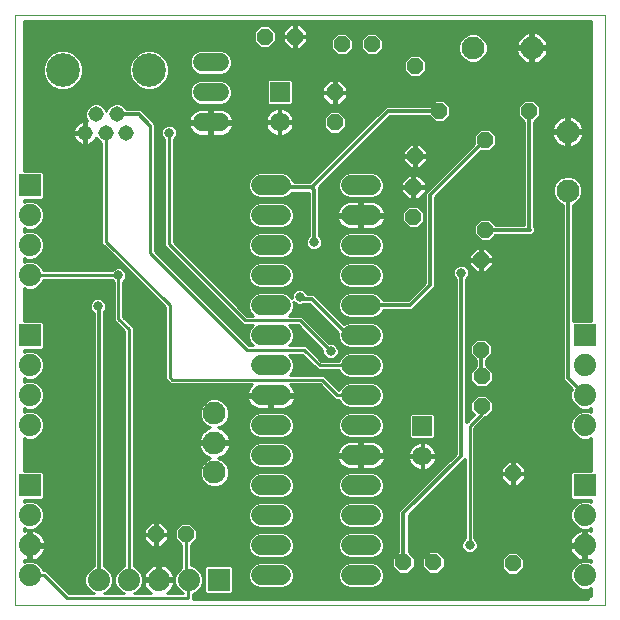
<source format=gbl>
G75*
G70*
%OFA0B0*%
%FSLAX24Y24*%
%IPPOS*%
%LPD*%
%AMOC8*
5,1,8,0,0,1.08239X$1,22.5*
%
%ADD10C,0.0000*%
%ADD11R,0.0740X0.0740*%
%ADD12C,0.0740*%
%ADD13C,0.0650*%
%ADD14C,0.0515*%
%ADD15C,0.1122*%
%ADD16C,0.0600*%
%ADD17R,0.0650X0.0650*%
%ADD18C,0.0650*%
%ADD19OC8,0.0520*%
%ADD20C,0.0760*%
%ADD21C,0.0120*%
%ADD22C,0.0317*%
%ADD23C,0.0100*%
D10*
X000151Y000101D02*
X000151Y019786D01*
X019836Y019786D01*
X019836Y000101D01*
X000151Y000101D01*
D11*
X000651Y004101D03*
X006950Y000947D03*
X019151Y004101D03*
X019151Y009101D03*
X000651Y009101D03*
X000651Y014101D03*
D12*
X000651Y013101D03*
X000651Y012101D03*
X000651Y011101D03*
X000651Y008101D03*
X000651Y007101D03*
X000651Y006101D03*
X000651Y003101D03*
X000651Y002101D03*
X000651Y001101D03*
X002950Y000947D03*
X003950Y000947D03*
X004950Y000947D03*
X005950Y000947D03*
X019151Y001101D03*
X019151Y002101D03*
X019151Y003101D03*
X019151Y006101D03*
X019151Y007101D03*
X019151Y008101D03*
D13*
X012015Y008101D02*
X011366Y008101D01*
X011366Y009101D02*
X012015Y009101D01*
X012015Y010101D02*
X011366Y010101D01*
X011366Y011101D02*
X012015Y011101D01*
X012015Y012101D02*
X011366Y012101D01*
X011366Y013101D02*
X012015Y013101D01*
X012015Y014101D02*
X011366Y014101D01*
X009015Y014101D02*
X008366Y014101D01*
X008366Y013101D02*
X009015Y013101D01*
X009015Y012101D02*
X008366Y012101D01*
X008366Y011101D02*
X009015Y011101D01*
X009015Y010101D02*
X008366Y010101D01*
X008366Y009101D02*
X009015Y009101D01*
X009015Y008101D02*
X008366Y008101D01*
X008366Y007101D02*
X009015Y007101D01*
X009015Y006101D02*
X008366Y006101D01*
X008366Y005101D02*
X009015Y005101D01*
X009015Y004101D02*
X008366Y004101D01*
X008366Y003101D02*
X009015Y003101D01*
X009015Y002101D02*
X008366Y002101D01*
X008366Y001101D02*
X009015Y001101D01*
X011366Y001101D02*
X012015Y001101D01*
X012015Y002101D02*
X011366Y002101D01*
X011366Y003101D02*
X012015Y003101D01*
X012015Y004101D02*
X011366Y004101D01*
X011366Y005101D02*
X012015Y005101D01*
X012015Y006101D02*
X011366Y006101D01*
X011366Y007101D02*
X012015Y007101D01*
D14*
X003861Y015843D03*
X003191Y015843D03*
X002491Y015843D03*
X002861Y016463D03*
X003551Y016463D03*
D15*
X004628Y017943D03*
X001754Y017943D03*
D16*
X006387Y018195D02*
X006987Y018195D01*
X006987Y017195D02*
X006387Y017195D01*
X006387Y016195D02*
X006987Y016195D01*
D17*
X008978Y017207D03*
X013730Y006073D03*
D18*
X013730Y005073D03*
X008978Y016207D03*
D19*
X010817Y016195D03*
X010817Y017195D03*
X011053Y018802D03*
X012053Y018802D03*
X013498Y018077D03*
X014297Y016577D03*
X015832Y015617D03*
X017297Y016577D03*
X013498Y015077D03*
X013435Y014046D03*
X013435Y013046D03*
X015691Y011613D03*
X015832Y012617D03*
X015691Y008613D03*
X015710Y007735D03*
X015710Y006735D03*
X016754Y004494D03*
X016754Y001494D03*
X014108Y001526D03*
X013108Y001526D03*
X005852Y002461D03*
X004852Y002461D03*
X008486Y019057D03*
X009486Y019057D03*
D20*
X015423Y018676D03*
X017391Y018676D03*
X018584Y015884D03*
X018584Y013916D03*
X006801Y006502D03*
X006801Y005518D03*
X006801Y004534D03*
D21*
X006950Y000947D02*
X006957Y000941D01*
X002950Y000947D02*
X002950Y010042D01*
X002921Y010072D01*
X008691Y014101D02*
X008763Y014028D01*
X010043Y014028D01*
X010122Y013949D01*
X010122Y012208D01*
X010043Y014028D02*
X012592Y016577D01*
X014297Y016577D01*
X015832Y015617D02*
X014000Y013784D01*
X014000Y010784D01*
X013317Y010101D01*
X011691Y010101D01*
X011691Y009101D02*
X011251Y009101D01*
X010043Y010309D01*
X009726Y010309D01*
X009647Y010388D01*
X011691Y008101D02*
X011683Y008093D01*
X015691Y007754D02*
X015710Y007735D01*
X015691Y007754D02*
X015691Y008613D01*
X018584Y007668D02*
X019151Y007101D01*
X018584Y007668D02*
X018584Y013916D01*
X017323Y012604D02*
X017297Y012630D01*
X017297Y016577D01*
X017323Y012604D02*
X015845Y012604D01*
X015832Y012617D01*
X015068Y011140D02*
X015028Y011100D01*
X015028Y005086D01*
X013108Y003166D01*
X013108Y001526D01*
X004662Y016086D02*
X004284Y016463D01*
X003551Y016463D01*
D22*
X005295Y015848D03*
X010122Y012208D03*
X009647Y010388D03*
X010676Y008568D03*
X015028Y011180D03*
X003606Y011095D03*
X002921Y010072D03*
X015309Y002109D03*
D23*
X015309Y002101D01*
X015309Y002109D02*
X015309Y006085D01*
X015710Y006487D01*
X015710Y006735D01*
X015460Y006462D02*
X015242Y006245D01*
X015198Y006201D01*
X015198Y010970D01*
X015256Y011027D01*
X015297Y011126D01*
X015297Y011233D01*
X015256Y011332D01*
X015180Y011407D01*
X015082Y011448D01*
X014975Y011448D01*
X014876Y011407D01*
X014801Y011332D01*
X014760Y011233D01*
X014760Y011126D01*
X014801Y011027D01*
X014858Y010970D01*
X014858Y005157D01*
X012938Y003236D01*
X012938Y003095D01*
X012938Y001879D01*
X012738Y001679D01*
X012738Y001373D01*
X012955Y001156D01*
X013261Y001156D01*
X013478Y001373D01*
X013478Y001679D01*
X013278Y001879D01*
X013278Y003095D01*
X015099Y004916D01*
X015149Y004966D01*
X015149Y002328D01*
X015081Y002261D01*
X015040Y002162D01*
X015040Y002055D01*
X015081Y001957D01*
X015157Y001881D01*
X015255Y001840D01*
X015362Y001840D01*
X015461Y001881D01*
X015536Y001957D01*
X015577Y002055D01*
X015577Y002162D01*
X015536Y002261D01*
X015469Y002328D01*
X015469Y006019D01*
X015815Y006365D01*
X015863Y006365D01*
X016080Y006581D01*
X016080Y006888D01*
X015863Y007105D01*
X015557Y007105D01*
X015340Y006888D01*
X015340Y006581D01*
X015460Y006462D01*
X015416Y006506D02*
X015198Y006506D01*
X015198Y006408D02*
X015405Y006408D01*
X015306Y006309D02*
X015198Y006309D01*
X015198Y006210D02*
X015208Y006210D01*
X015469Y006013D02*
X018671Y006013D01*
X018671Y006005D02*
X018744Y005829D01*
X018879Y005694D01*
X019056Y005621D01*
X019247Y005621D01*
X019344Y005661D01*
X019344Y004581D01*
X018736Y004581D01*
X018671Y004516D01*
X018671Y003685D01*
X018736Y003621D01*
X019344Y003621D01*
X019344Y003540D01*
X019247Y003581D01*
X019056Y003581D01*
X018879Y003508D01*
X018744Y003373D01*
X018671Y003196D01*
X018671Y003005D01*
X018744Y002829D01*
X018879Y002694D01*
X019056Y002621D01*
X019247Y002621D01*
X019344Y002661D01*
X019344Y002585D01*
X019273Y002608D01*
X019201Y002619D01*
X019201Y002151D01*
X019101Y002151D01*
X019101Y002619D01*
X019029Y002608D01*
X018952Y002583D01*
X018879Y002546D01*
X018812Y002497D01*
X018755Y002440D01*
X018706Y002373D01*
X018669Y002300D01*
X018644Y002223D01*
X018633Y002151D01*
X019101Y002151D01*
X019101Y002051D01*
X018633Y002051D01*
X018644Y001979D01*
X018669Y001901D01*
X018706Y001828D01*
X018755Y001762D01*
X018812Y001704D01*
X018879Y001656D01*
X018952Y001619D01*
X019029Y001594D01*
X019101Y001582D01*
X019101Y002051D01*
X019201Y002051D01*
X019201Y001582D01*
X019273Y001594D01*
X019344Y001617D01*
X019344Y001540D01*
X019247Y001581D01*
X019056Y001581D01*
X018879Y001508D01*
X018744Y001373D01*
X018671Y001196D01*
X018671Y001005D01*
X018744Y000829D01*
X018879Y000694D01*
X019056Y000621D01*
X019247Y000621D01*
X019344Y000661D01*
X019344Y000396D01*
X019246Y000396D01*
X019246Y000298D01*
X006088Y000298D01*
X006088Y000485D01*
X006222Y000540D01*
X006357Y000675D01*
X006430Y000852D01*
X006430Y001043D01*
X006357Y001219D01*
X006222Y001354D01*
X006046Y001427D01*
X006012Y001427D01*
X006012Y002098D01*
X006222Y002308D01*
X006222Y002614D01*
X006006Y002831D01*
X005699Y002831D01*
X005482Y002614D01*
X005482Y002308D01*
X005692Y002098D01*
X005692Y001360D01*
X005678Y001354D01*
X005543Y001219D01*
X005470Y001043D01*
X005470Y000852D01*
X005543Y000675D01*
X005678Y000540D01*
X005768Y000503D01*
X005768Y000498D01*
X005214Y000498D01*
X005223Y000502D01*
X005289Y000551D01*
X005347Y000608D01*
X005395Y000675D01*
X005432Y000748D01*
X005458Y000825D01*
X005469Y000897D01*
X005001Y000897D01*
X005001Y000997D01*
X005469Y000997D01*
X005458Y001069D01*
X005432Y001147D01*
X005395Y001220D01*
X005347Y001286D01*
X005289Y001344D01*
X005223Y001392D01*
X005150Y001429D01*
X005072Y001454D01*
X005000Y001466D01*
X005000Y000997D01*
X004900Y000997D01*
X004900Y000897D01*
X004432Y000897D01*
X004443Y000825D01*
X004469Y000748D01*
X004506Y000675D01*
X004554Y000608D01*
X004612Y000551D01*
X004678Y000502D01*
X004686Y000498D01*
X004120Y000498D01*
X004222Y000540D01*
X004357Y000675D01*
X004430Y000852D01*
X004430Y001043D01*
X004357Y001219D01*
X004222Y001354D01*
X004110Y001400D01*
X004110Y009247D01*
X004110Y009380D01*
X003766Y009724D01*
X003766Y010875D01*
X003833Y010943D01*
X003874Y011041D01*
X003874Y011148D01*
X003833Y011247D01*
X003758Y011322D01*
X003659Y011363D01*
X003552Y011363D01*
X003454Y011322D01*
X003392Y011261D01*
X001104Y011261D01*
X001058Y011373D01*
X000923Y011508D01*
X000747Y011581D01*
X000556Y011581D01*
X000446Y011535D01*
X000446Y011666D01*
X000556Y011621D01*
X000747Y011621D01*
X000923Y011694D01*
X001058Y011829D01*
X001131Y012005D01*
X001131Y012196D01*
X001058Y012373D01*
X000923Y012508D01*
X000747Y012581D01*
X000556Y012581D01*
X000446Y012535D01*
X000446Y012666D01*
X000556Y012621D01*
X000747Y012621D01*
X000923Y012694D01*
X001058Y012829D01*
X001131Y013005D01*
X001131Y013196D01*
X001058Y013373D01*
X000923Y013508D01*
X000747Y013581D01*
X000556Y013581D01*
X000446Y013535D01*
X000446Y013621D01*
X001067Y013621D01*
X001131Y013685D01*
X001131Y014516D01*
X001067Y014581D01*
X000446Y014581D01*
X000446Y019589D01*
X019344Y019589D01*
X019344Y009581D01*
X018754Y009581D01*
X018754Y013456D01*
X018862Y013500D01*
X019000Y013638D01*
X019074Y013818D01*
X019074Y014013D01*
X019000Y014193D01*
X018862Y014331D01*
X018682Y014406D01*
X018487Y014406D01*
X018307Y014331D01*
X018169Y014193D01*
X018094Y014013D01*
X018094Y013818D01*
X018169Y013638D01*
X018307Y013500D01*
X018414Y013456D01*
X018414Y007738D01*
X018414Y007597D01*
X018713Y007298D01*
X018671Y007196D01*
X015198Y007196D01*
X015198Y007294D02*
X018712Y007294D01*
X018671Y007196D02*
X018671Y007005D01*
X018744Y006829D01*
X018879Y006694D01*
X019056Y006621D01*
X019247Y006621D01*
X019344Y006661D01*
X019344Y006540D01*
X019247Y006581D01*
X019056Y006581D01*
X018879Y006508D01*
X018744Y006373D01*
X018671Y006196D01*
X018671Y006005D01*
X018709Y005915D02*
X015469Y005915D01*
X015469Y005816D02*
X018757Y005816D01*
X018855Y005718D02*
X015469Y005718D01*
X015469Y005619D02*
X019344Y005619D01*
X019344Y005521D02*
X015469Y005521D01*
X015469Y005422D02*
X019344Y005422D01*
X019344Y005324D02*
X015469Y005324D01*
X015469Y005225D02*
X019344Y005225D01*
X019344Y005126D02*
X015469Y005126D01*
X015469Y005028D02*
X019344Y005028D01*
X019344Y004929D02*
X015469Y004929D01*
X015469Y004831D02*
X016510Y004831D01*
X016584Y004904D02*
X016344Y004664D01*
X016344Y004524D01*
X016723Y004524D01*
X016723Y004464D01*
X016344Y004464D01*
X016344Y004325D01*
X016584Y004084D01*
X016723Y004084D01*
X016723Y004464D01*
X016784Y004464D01*
X016784Y004524D01*
X017164Y004524D01*
X017164Y004664D01*
X016923Y004904D01*
X016784Y004904D01*
X016784Y004525D01*
X016723Y004525D01*
X016723Y004904D01*
X016584Y004904D01*
X016723Y004831D02*
X016784Y004831D01*
X016784Y004732D02*
X016723Y004732D01*
X016723Y004634D02*
X016784Y004634D01*
X016784Y004535D02*
X016723Y004535D01*
X016784Y004464D02*
X017164Y004464D01*
X017164Y004325D01*
X016923Y004084D01*
X016784Y004084D01*
X016784Y004464D01*
X016784Y004437D02*
X016723Y004437D01*
X016723Y004338D02*
X016784Y004338D01*
X016784Y004240D02*
X016723Y004240D01*
X016723Y004141D02*
X016784Y004141D01*
X016980Y004141D02*
X018671Y004141D01*
X018671Y004043D02*
X015469Y004043D01*
X015469Y004141D02*
X016527Y004141D01*
X016429Y004240D02*
X015469Y004240D01*
X015469Y004338D02*
X016344Y004338D01*
X016344Y004437D02*
X015469Y004437D01*
X015469Y004535D02*
X016344Y004535D01*
X016344Y004634D02*
X015469Y004634D01*
X015469Y004732D02*
X016412Y004732D01*
X016997Y004831D02*
X019344Y004831D01*
X019344Y004732D02*
X017095Y004732D01*
X017164Y004634D02*
X019344Y004634D01*
X018690Y004535D02*
X017164Y004535D01*
X017164Y004437D02*
X018671Y004437D01*
X018671Y004338D02*
X017164Y004338D01*
X017078Y004240D02*
X018671Y004240D01*
X018671Y003944D02*
X015469Y003944D01*
X015469Y003845D02*
X018671Y003845D01*
X018671Y003747D02*
X015469Y003747D01*
X015469Y003648D02*
X018708Y003648D01*
X018823Y003451D02*
X015469Y003451D01*
X015469Y003353D02*
X018736Y003353D01*
X018695Y003254D02*
X015469Y003254D01*
X015469Y003156D02*
X018671Y003156D01*
X018671Y003057D02*
X015469Y003057D01*
X015469Y002959D02*
X018691Y002959D01*
X018731Y002860D02*
X015469Y002860D01*
X015469Y002761D02*
X018812Y002761D01*
X018954Y002663D02*
X015469Y002663D01*
X015469Y002564D02*
X018916Y002564D01*
X018781Y002466D02*
X015469Y002466D01*
X015469Y002367D02*
X018703Y002367D01*
X018659Y002269D02*
X015528Y002269D01*
X015574Y002170D02*
X018636Y002170D01*
X018646Y001973D02*
X015543Y001973D01*
X015577Y002072D02*
X019101Y002072D01*
X019101Y002170D02*
X019201Y002170D01*
X019201Y002269D02*
X019101Y002269D01*
X019101Y002367D02*
X019201Y002367D01*
X019201Y002466D02*
X019101Y002466D01*
X019101Y002564D02*
X019201Y002564D01*
X019201Y001973D02*
X019101Y001973D01*
X019101Y001875D02*
X019201Y001875D01*
X019201Y001776D02*
X019101Y001776D01*
X019101Y001677D02*
X019201Y001677D01*
X019251Y001579D02*
X019344Y001579D01*
X019051Y001579D02*
X017124Y001579D01*
X017124Y001648D02*
X017124Y001341D01*
X016907Y001124D01*
X016600Y001124D01*
X016384Y001341D01*
X016384Y001648D01*
X016600Y001864D01*
X016907Y001864D01*
X017124Y001648D01*
X017094Y001677D02*
X018849Y001677D01*
X018744Y001776D02*
X016995Y001776D01*
X017124Y001480D02*
X018852Y001480D01*
X018753Y001382D02*
X017124Y001382D01*
X017066Y001283D02*
X018707Y001283D01*
X018671Y001185D02*
X016967Y001185D01*
X016540Y001185D02*
X014290Y001185D01*
X014261Y001156D02*
X014478Y001373D01*
X014478Y001679D01*
X014261Y001896D01*
X013955Y001896D01*
X013738Y001679D01*
X013738Y001373D01*
X013955Y001156D01*
X014261Y001156D01*
X014388Y001283D02*
X016441Y001283D01*
X016384Y001382D02*
X014478Y001382D01*
X014478Y001480D02*
X016384Y001480D01*
X016384Y001579D02*
X014478Y001579D01*
X014478Y001677D02*
X016413Y001677D01*
X016512Y001776D02*
X014381Y001776D01*
X014282Y001875D02*
X015172Y001875D01*
X015074Y001973D02*
X013278Y001973D01*
X013282Y001875D02*
X013933Y001875D01*
X013835Y001776D02*
X013381Y001776D01*
X013478Y001677D02*
X013738Y001677D01*
X013738Y001579D02*
X013478Y001579D01*
X013478Y001480D02*
X013738Y001480D01*
X013738Y001382D02*
X013478Y001382D01*
X013388Y001283D02*
X013827Y001283D01*
X013926Y001185D02*
X013290Y001185D01*
X012926Y001185D02*
X012450Y001185D01*
X012450Y001187D02*
X012384Y001347D01*
X012262Y001469D01*
X012102Y001536D01*
X011279Y001536D01*
X011119Y001469D01*
X010997Y001347D01*
X010931Y001187D01*
X010931Y001014D01*
X010997Y000854D01*
X011119Y000732D01*
X011279Y000666D01*
X012102Y000666D01*
X012262Y000732D01*
X012384Y000854D01*
X012450Y001014D01*
X012450Y001187D01*
X012450Y001086D02*
X018671Y001086D01*
X018678Y000988D02*
X012439Y000988D01*
X012398Y000889D02*
X018719Y000889D01*
X018783Y000791D02*
X012320Y000791D01*
X012165Y000692D02*
X018884Y000692D01*
X019344Y000594D02*
X007430Y000594D01*
X007430Y000532D02*
X007430Y001363D01*
X007366Y001427D01*
X006535Y001427D01*
X006470Y001363D01*
X006470Y000532D01*
X006535Y000467D01*
X007366Y000467D01*
X007430Y000532D01*
X007394Y000495D02*
X019344Y000495D01*
X019344Y000396D02*
X006088Y000396D01*
X006088Y000298D02*
X019246Y000298D01*
X018683Y001875D02*
X015445Y001875D01*
X015040Y002072D02*
X013278Y002072D01*
X013278Y002170D02*
X015044Y002170D01*
X015089Y002269D02*
X013278Y002269D01*
X013278Y002367D02*
X015149Y002367D01*
X015149Y002466D02*
X013278Y002466D01*
X013278Y002564D02*
X015149Y002564D01*
X015149Y002663D02*
X013278Y002663D01*
X013278Y002761D02*
X015149Y002761D01*
X015149Y002860D02*
X013278Y002860D01*
X013278Y002959D02*
X015149Y002959D01*
X015149Y003057D02*
X013278Y003057D01*
X013338Y003156D02*
X015149Y003156D01*
X015149Y003254D02*
X013437Y003254D01*
X013535Y003353D02*
X015149Y003353D01*
X015149Y003451D02*
X013634Y003451D01*
X013732Y003550D02*
X015149Y003550D01*
X015149Y003648D02*
X013831Y003648D01*
X013929Y003747D02*
X015149Y003747D01*
X015149Y003845D02*
X014028Y003845D01*
X014126Y003944D02*
X015149Y003944D01*
X015149Y004043D02*
X014225Y004043D01*
X014324Y004141D02*
X015149Y004141D01*
X015149Y004240D02*
X014422Y004240D01*
X014521Y004338D02*
X015149Y004338D01*
X015149Y004437D02*
X014619Y004437D01*
X014718Y004535D02*
X015149Y004535D01*
X015149Y004634D02*
X014816Y004634D01*
X014915Y004732D02*
X015149Y004732D01*
X015149Y004831D02*
X015013Y004831D01*
X015112Y004929D02*
X015149Y004929D01*
X014828Y005126D02*
X014202Y005126D01*
X014205Y005111D02*
X014193Y005184D01*
X014170Y005256D01*
X014136Y005322D01*
X014092Y005383D01*
X014039Y005436D01*
X013979Y005479D01*
X013912Y005513D01*
X013841Y005536D01*
X013767Y005548D01*
X013749Y005548D01*
X013749Y005092D01*
X014205Y005092D01*
X014205Y005111D01*
X014205Y005054D02*
X013749Y005054D01*
X013749Y004598D01*
X013767Y004598D01*
X013841Y004610D01*
X013912Y004633D01*
X013979Y004667D01*
X014039Y004711D01*
X014092Y004764D01*
X014136Y004824D01*
X014170Y004891D01*
X014193Y004962D01*
X014205Y005036D01*
X014205Y005054D01*
X014204Y005028D02*
X014730Y005028D01*
X014631Y004929D02*
X014183Y004929D01*
X014139Y004831D02*
X014533Y004831D01*
X014434Y004732D02*
X014061Y004732D01*
X013914Y004634D02*
X014336Y004634D01*
X014237Y004535D02*
X012103Y004535D01*
X012102Y004536D02*
X011279Y004536D01*
X011119Y004469D01*
X010997Y004347D01*
X010931Y004187D01*
X010931Y004014D01*
X010997Y003854D01*
X011119Y003732D01*
X011279Y003666D01*
X012102Y003666D01*
X012262Y003732D01*
X012384Y003854D01*
X012450Y004014D01*
X012450Y004187D01*
X012384Y004347D01*
X012262Y004469D01*
X012102Y004536D01*
X012102Y004634D02*
X013546Y004634D01*
X013548Y004633D02*
X013619Y004610D01*
X013693Y004598D01*
X013711Y004598D01*
X013711Y005054D01*
X013749Y005054D01*
X013749Y005092D01*
X013711Y005092D01*
X013711Y005054D01*
X013255Y005054D01*
X013255Y005036D01*
X013267Y004962D01*
X013290Y004891D01*
X013324Y004824D01*
X013368Y004764D01*
X013420Y004711D01*
X013481Y004667D01*
X013548Y004633D01*
X013711Y004634D02*
X013749Y004634D01*
X013749Y004732D02*
X013711Y004732D01*
X013711Y004831D02*
X013749Y004831D01*
X013749Y004929D02*
X013711Y004929D01*
X013711Y005028D02*
X013749Y005028D01*
X013711Y005092D02*
X013255Y005092D01*
X013255Y005111D01*
X013267Y005184D01*
X013290Y005256D01*
X013324Y005322D01*
X013368Y005383D01*
X013420Y005436D01*
X013481Y005479D01*
X013548Y005513D01*
X013619Y005536D01*
X013693Y005548D01*
X013711Y005548D01*
X013711Y005092D01*
X013711Y005126D02*
X013749Y005126D01*
X013749Y005225D02*
X013711Y005225D01*
X013711Y005324D02*
X013749Y005324D01*
X013749Y005422D02*
X013711Y005422D01*
X013711Y005521D02*
X013749Y005521D01*
X013890Y005521D02*
X014858Y005521D01*
X014858Y005619D02*
X007321Y005619D01*
X007318Y005642D02*
X007292Y005722D01*
X007254Y005796D01*
X007205Y005863D01*
X007146Y005922D01*
X007079Y005971D01*
X007004Y006009D01*
X006941Y006030D01*
X007078Y006087D01*
X007216Y006225D01*
X007291Y006405D01*
X007291Y006600D01*
X007216Y006780D01*
X007078Y006918D01*
X006898Y006992D01*
X006703Y006992D01*
X006523Y006918D01*
X006385Y006780D01*
X006311Y006600D01*
X006311Y006405D01*
X006385Y006225D01*
X006523Y006087D01*
X006661Y006030D01*
X006597Y006009D01*
X006523Y005971D01*
X006456Y005922D01*
X006397Y005863D01*
X006347Y005796D01*
X006310Y005722D01*
X006284Y005642D01*
X006272Y005568D01*
X006751Y005568D01*
X006751Y005468D01*
X006272Y005468D01*
X006284Y005394D01*
X006310Y005315D01*
X006347Y005240D01*
X006397Y005173D01*
X006456Y005114D01*
X006523Y005065D01*
X006597Y005027D01*
X006661Y005006D01*
X006523Y004949D01*
X006385Y004811D01*
X006311Y004631D01*
X006311Y004436D01*
X006385Y004256D01*
X006523Y004118D01*
X006703Y004044D01*
X006898Y004044D01*
X007078Y004118D01*
X007216Y004256D01*
X007291Y004436D01*
X007291Y004631D01*
X007216Y004811D01*
X007078Y004949D01*
X006941Y005006D01*
X007004Y005027D01*
X007079Y005065D01*
X007146Y005114D01*
X007205Y005173D01*
X007254Y005240D01*
X007292Y005315D01*
X007318Y005394D01*
X007329Y005468D01*
X006851Y005468D01*
X006851Y005568D01*
X007329Y005568D01*
X007318Y005642D01*
X007293Y005718D02*
X008154Y005718D01*
X008119Y005732D02*
X008279Y005666D01*
X009102Y005666D01*
X009262Y005732D01*
X009384Y005854D01*
X009450Y006014D01*
X009450Y006187D01*
X009384Y006347D01*
X009262Y006469D01*
X009102Y006536D01*
X008279Y006536D01*
X008119Y006469D01*
X007997Y006347D01*
X007931Y006187D01*
X007931Y006014D01*
X007997Y005854D01*
X008119Y005732D01*
X008035Y005816D02*
X007239Y005816D01*
X007154Y005915D02*
X007972Y005915D01*
X007931Y006013D02*
X006991Y006013D01*
X007103Y006112D02*
X007931Y006112D01*
X007941Y006210D02*
X007202Y006210D01*
X007251Y006309D02*
X007981Y006309D01*
X008058Y006408D02*
X007291Y006408D01*
X007291Y006506D02*
X008208Y006506D01*
X008255Y006638D02*
X008328Y006626D01*
X008641Y006626D01*
X008641Y007051D01*
X008740Y007051D01*
X008740Y006626D01*
X009053Y006626D01*
X009127Y006638D01*
X009198Y006661D01*
X009264Y006695D01*
X009325Y006739D01*
X009377Y006791D01*
X009421Y006852D01*
X009455Y006919D01*
X009478Y006990D01*
X009488Y007051D01*
X008741Y007051D01*
X008741Y007151D01*
X009488Y007151D01*
X009478Y007212D01*
X009455Y007283D01*
X009421Y007350D01*
X009377Y007410D01*
X009327Y007460D01*
X010321Y007460D01*
X010841Y006941D01*
X010961Y006941D01*
X010997Y006854D01*
X011119Y006732D01*
X011279Y006666D01*
X012102Y006666D01*
X012262Y006732D01*
X012384Y006854D01*
X012450Y007014D01*
X012450Y007187D01*
X012384Y007347D01*
X012262Y007469D01*
X012102Y007536D01*
X011279Y007536D01*
X011119Y007469D01*
X010997Y007347D01*
X010965Y007269D01*
X010547Y007687D01*
X010454Y007780D01*
X009310Y007780D01*
X009384Y007854D01*
X009450Y008014D01*
X009450Y008187D01*
X009384Y008347D01*
X009286Y008445D01*
X009731Y008445D01*
X010149Y008027D01*
X010242Y007933D01*
X010965Y007933D01*
X010997Y007854D01*
X011119Y007732D01*
X011279Y007666D01*
X012102Y007666D01*
X012262Y007732D01*
X012384Y007854D01*
X012450Y008014D01*
X012450Y008187D01*
X012384Y008347D01*
X012262Y008469D01*
X012102Y008536D01*
X011279Y008536D01*
X011119Y008469D01*
X010997Y008347D01*
X010958Y008253D01*
X010375Y008253D01*
X009863Y008765D01*
X009731Y008765D01*
X009294Y008765D01*
X009384Y008854D01*
X009450Y009014D01*
X009450Y009187D01*
X009384Y009347D01*
X009294Y009437D01*
X009581Y009437D01*
X010408Y008610D01*
X010408Y008515D01*
X010448Y008416D01*
X010524Y008341D01*
X010623Y008300D01*
X010729Y008300D01*
X010828Y008341D01*
X010904Y008416D01*
X010944Y008515D01*
X010944Y008621D01*
X010904Y008720D01*
X010828Y008796D01*
X010729Y008836D01*
X010634Y008836D01*
X009714Y009757D01*
X009581Y009757D01*
X009286Y009757D01*
X009384Y009854D01*
X009450Y010014D01*
X009450Y010187D01*
X009437Y010219D01*
X009495Y010161D01*
X009594Y010120D01*
X009701Y010120D01*
X009747Y010139D01*
X009797Y010139D01*
X009972Y010139D01*
X010931Y009181D01*
X010931Y009014D01*
X010997Y008854D01*
X011119Y008732D01*
X011279Y008666D01*
X012102Y008666D01*
X012262Y008732D01*
X012384Y008854D01*
X012450Y009014D01*
X012450Y009187D01*
X012384Y009347D01*
X012262Y009469D01*
X012102Y009536D01*
X011279Y009536D01*
X011122Y009470D01*
X010213Y010379D01*
X010113Y010479D01*
X009900Y010479D01*
X009875Y010540D01*
X009799Y010616D01*
X009701Y010657D01*
X009594Y010657D01*
X009495Y010616D01*
X009420Y010540D01*
X009379Y010442D01*
X009379Y010352D01*
X009262Y010469D01*
X009102Y010536D01*
X008279Y010536D01*
X008119Y010469D01*
X007997Y010347D01*
X007931Y010187D01*
X007931Y010014D01*
X007997Y009854D01*
X008095Y009757D01*
X007893Y009757D01*
X005455Y012195D01*
X005455Y015629D01*
X005522Y015696D01*
X005563Y015795D01*
X005563Y015902D01*
X005522Y016000D01*
X005447Y016076D01*
X005348Y016117D01*
X005241Y016117D01*
X005143Y016076D01*
X005067Y016000D01*
X005026Y015902D01*
X005026Y015795D01*
X005067Y015696D01*
X005135Y015629D01*
X005135Y012195D01*
X005135Y012063D01*
X007667Y009531D01*
X007761Y009437D01*
X008087Y009437D01*
X007997Y009347D01*
X007931Y009187D01*
X007931Y009014D01*
X007997Y008854D01*
X008087Y008765D01*
X007973Y008765D01*
X004822Y011916D01*
X004822Y016005D01*
X004832Y016015D01*
X004832Y016156D01*
X004355Y016633D01*
X004214Y016633D01*
X003878Y016633D01*
X003862Y016671D01*
X003759Y016775D01*
X003624Y016831D01*
X003477Y016831D01*
X003342Y016775D01*
X003239Y016671D01*
X003206Y016591D01*
X003172Y016671D01*
X003069Y016775D01*
X002934Y016831D01*
X002787Y016831D01*
X002652Y016775D01*
X002549Y016671D01*
X002493Y016536D01*
X002493Y016390D01*
X002549Y016255D01*
X002559Y016245D01*
X002523Y016251D01*
X002519Y016251D01*
X002519Y015872D01*
X002462Y015872D01*
X002462Y016251D01*
X002458Y016251D01*
X002395Y016241D01*
X002334Y016221D01*
X002277Y016192D01*
X002225Y016154D01*
X002180Y016109D01*
X002142Y016057D01*
X002113Y016000D01*
X002093Y015939D01*
X002083Y015875D01*
X002083Y015872D01*
X002462Y015872D01*
X002462Y015814D01*
X002519Y015814D01*
X002519Y015436D01*
X002523Y015436D01*
X002586Y015446D01*
X002647Y015466D01*
X002704Y015495D01*
X002756Y015532D01*
X002801Y015578D01*
X002839Y015630D01*
X002862Y015675D01*
X002879Y015635D01*
X002982Y015532D01*
X003031Y015512D01*
X003031Y012153D01*
X003124Y012059D01*
X003124Y012059D01*
X005149Y010035D01*
X005149Y007765D01*
X005149Y007633D01*
X005321Y007460D01*
X005454Y007460D01*
X008054Y007460D01*
X008004Y007410D01*
X007960Y007350D01*
X007926Y007283D01*
X007903Y007212D01*
X007893Y007151D01*
X008640Y007151D01*
X008640Y007051D01*
X007893Y007051D01*
X007903Y006990D01*
X007926Y006919D01*
X007960Y006852D01*
X008004Y006791D01*
X008056Y006739D01*
X008117Y006695D01*
X008183Y006661D01*
X008255Y006638D01*
X008105Y006703D02*
X007248Y006703D01*
X007289Y006605D02*
X014858Y006605D01*
X014858Y006703D02*
X012192Y006703D01*
X012331Y006802D02*
X014858Y006802D01*
X014858Y006900D02*
X012403Y006900D01*
X012444Y006999D02*
X014858Y006999D01*
X014858Y007097D02*
X012450Y007097D01*
X012447Y007196D02*
X014858Y007196D01*
X014858Y007294D02*
X012406Y007294D01*
X012338Y007393D02*
X014858Y007393D01*
X014858Y007492D02*
X012208Y007492D01*
X012156Y007689D02*
X014858Y007689D01*
X014858Y007787D02*
X012317Y007787D01*
X012397Y007886D02*
X014858Y007886D01*
X014858Y007984D02*
X012438Y007984D01*
X012450Y008083D02*
X014858Y008083D01*
X014858Y008181D02*
X012450Y008181D01*
X012412Y008280D02*
X014858Y008280D01*
X014858Y008378D02*
X012353Y008378D01*
X012243Y008477D02*
X014858Y008477D01*
X014858Y008576D02*
X010944Y008576D01*
X010929Y008477D02*
X011138Y008477D01*
X011029Y008378D02*
X010866Y008378D01*
X010969Y008280D02*
X010348Y008280D01*
X010249Y008378D02*
X010486Y008378D01*
X010423Y008477D02*
X010151Y008477D01*
X010052Y008576D02*
X010408Y008576D01*
X010344Y008674D02*
X009954Y008674D01*
X009797Y008605D02*
X010309Y008093D01*
X011683Y008093D01*
X011691Y008101D01*
X011225Y007689D02*
X010545Y007689D01*
X010644Y007590D02*
X014858Y007590D01*
X015198Y007590D02*
X015340Y007590D01*
X015340Y007581D02*
X015557Y007365D01*
X015863Y007365D01*
X016080Y007581D01*
X016080Y007888D01*
X015863Y008105D01*
X015861Y008105D01*
X015861Y008259D01*
X016061Y008459D01*
X016061Y008766D01*
X015844Y008983D01*
X015537Y008983D01*
X015321Y008766D01*
X015321Y008459D01*
X015521Y008259D01*
X015521Y008068D01*
X015340Y007888D01*
X015340Y007581D01*
X015340Y007689D02*
X015198Y007689D01*
X015198Y007787D02*
X015340Y007787D01*
X015340Y007886D02*
X015198Y007886D01*
X015198Y007984D02*
X015437Y007984D01*
X015521Y008083D02*
X015198Y008083D01*
X015198Y008181D02*
X015521Y008181D01*
X015500Y008280D02*
X015198Y008280D01*
X015198Y008378D02*
X015401Y008378D01*
X015321Y008477D02*
X015198Y008477D01*
X015198Y008576D02*
X015321Y008576D01*
X015321Y008674D02*
X015198Y008674D01*
X015198Y008773D02*
X015327Y008773D01*
X015426Y008871D02*
X015198Y008871D01*
X015198Y008970D02*
X015524Y008970D01*
X015857Y008970D02*
X018414Y008970D01*
X018414Y009068D02*
X015198Y009068D01*
X015198Y009167D02*
X018414Y009167D01*
X018414Y009265D02*
X015198Y009265D01*
X015198Y009364D02*
X018414Y009364D01*
X018414Y009462D02*
X015198Y009462D01*
X015198Y009561D02*
X018414Y009561D01*
X018414Y009659D02*
X015198Y009659D01*
X015198Y009758D02*
X018414Y009758D01*
X018414Y009857D02*
X015198Y009857D01*
X015198Y009955D02*
X018414Y009955D01*
X018414Y010054D02*
X015198Y010054D01*
X015198Y010152D02*
X018414Y010152D01*
X018414Y010251D02*
X015198Y010251D01*
X015198Y010349D02*
X018414Y010349D01*
X018414Y010448D02*
X015198Y010448D01*
X015198Y010546D02*
X018414Y010546D01*
X018414Y010645D02*
X015198Y010645D01*
X015198Y010743D02*
X018414Y010743D01*
X018414Y010842D02*
X015198Y010842D01*
X015198Y010941D02*
X018414Y010941D01*
X018414Y011039D02*
X015261Y011039D01*
X015297Y011138D02*
X018414Y011138D01*
X018414Y011236D02*
X015894Y011236D01*
X015860Y011203D02*
X016101Y011443D01*
X016101Y011583D01*
X015721Y011583D01*
X015721Y011643D01*
X015660Y011643D01*
X015660Y011583D01*
X015281Y011583D01*
X015281Y011443D01*
X015521Y011203D01*
X015660Y011203D01*
X015660Y011582D01*
X015721Y011582D01*
X015721Y011203D01*
X015860Y011203D01*
X015721Y011236D02*
X015660Y011236D01*
X015660Y011335D02*
X015721Y011335D01*
X015721Y011433D02*
X015660Y011433D01*
X015660Y011532D02*
X015721Y011532D01*
X015721Y011630D02*
X018414Y011630D01*
X018414Y011532D02*
X016101Y011532D01*
X016091Y011433D02*
X018414Y011433D01*
X018414Y011335D02*
X015992Y011335D01*
X015487Y011236D02*
X015295Y011236D01*
X015253Y011335D02*
X015389Y011335D01*
X015290Y011433D02*
X015117Y011433D01*
X014940Y011433D02*
X014170Y011433D01*
X014170Y011335D02*
X014804Y011335D01*
X014761Y011236D02*
X014170Y011236D01*
X014170Y011138D02*
X014760Y011138D01*
X014796Y011039D02*
X014170Y011039D01*
X014170Y010941D02*
X014858Y010941D01*
X014858Y010842D02*
X014170Y010842D01*
X014170Y010743D02*
X014858Y010743D01*
X014858Y010645D02*
X014101Y010645D01*
X014070Y010614D02*
X014170Y010713D01*
X014170Y013713D01*
X015703Y015247D01*
X015986Y015247D01*
X016202Y015463D01*
X016202Y015770D01*
X015986Y015986D01*
X015679Y015986D01*
X015462Y015770D01*
X015462Y015487D01*
X013830Y013854D01*
X013830Y013713D01*
X013830Y010854D01*
X013246Y010271D01*
X012416Y010271D01*
X012384Y010347D01*
X012262Y010469D01*
X012102Y010536D01*
X011279Y010536D01*
X011119Y010469D01*
X010997Y010347D01*
X010931Y010187D01*
X010931Y010014D01*
X010997Y009854D01*
X011119Y009732D01*
X011279Y009666D01*
X012102Y009666D01*
X012262Y009732D01*
X012384Y009854D01*
X012416Y009931D01*
X013246Y009931D01*
X013387Y009931D01*
X014070Y010614D01*
X014003Y010546D02*
X014858Y010546D01*
X014858Y010448D02*
X013904Y010448D01*
X013805Y010349D02*
X014858Y010349D01*
X014858Y010251D02*
X013707Y010251D01*
X013608Y010152D02*
X014858Y010152D01*
X014858Y010054D02*
X013510Y010054D01*
X013411Y009955D02*
X014858Y009955D01*
X014858Y009857D02*
X012385Y009857D01*
X012287Y009758D02*
X014858Y009758D01*
X014858Y009659D02*
X010933Y009659D01*
X011031Y009561D02*
X014858Y009561D01*
X014858Y009462D02*
X012269Y009462D01*
X012367Y009364D02*
X014858Y009364D01*
X014858Y009265D02*
X012418Y009265D01*
X012450Y009167D02*
X014858Y009167D01*
X014858Y009068D02*
X012450Y009068D01*
X012432Y008970D02*
X014858Y008970D01*
X014858Y008871D02*
X012391Y008871D01*
X012302Y008773D02*
X014858Y008773D01*
X014858Y008674D02*
X012121Y008674D01*
X011260Y008674D02*
X010923Y008674D01*
X010851Y008773D02*
X011079Y008773D01*
X010990Y008871D02*
X010599Y008871D01*
X010501Y008970D02*
X010949Y008970D01*
X010931Y009068D02*
X010402Y009068D01*
X010304Y009167D02*
X010931Y009167D01*
X010846Y009265D02*
X010205Y009265D01*
X010106Y009364D02*
X010748Y009364D01*
X010649Y009462D02*
X010008Y009462D01*
X009909Y009561D02*
X010551Y009561D01*
X010452Y009659D02*
X009811Y009659D01*
X009647Y009597D02*
X010676Y008568D01*
X010245Y008773D02*
X009302Y008773D01*
X009391Y008871D02*
X010147Y008871D01*
X010048Y008970D02*
X009432Y008970D01*
X009450Y009068D02*
X009950Y009068D01*
X009851Y009167D02*
X009450Y009167D01*
X009418Y009265D02*
X009752Y009265D01*
X009654Y009364D02*
X009367Y009364D01*
X009647Y009597D02*
X007827Y009597D01*
X005295Y012129D01*
X005295Y015848D01*
X005497Y015671D02*
X011445Y015671D01*
X011543Y015769D02*
X009165Y015769D01*
X009160Y015767D02*
X009227Y015801D01*
X009287Y015845D01*
X009340Y015898D01*
X009384Y015958D01*
X009418Y016025D01*
X009441Y016096D01*
X009453Y016170D01*
X009453Y016188D01*
X008997Y016188D01*
X008997Y016226D01*
X009453Y016226D01*
X009453Y016244D01*
X009441Y016318D01*
X009418Y016389D01*
X009384Y016456D01*
X009340Y016516D01*
X009287Y016569D01*
X009227Y016613D01*
X009160Y016647D01*
X009089Y016670D01*
X009015Y016682D01*
X008997Y016682D01*
X008997Y016226D01*
X008959Y016226D01*
X008959Y016188D01*
X008997Y016188D01*
X008997Y015732D01*
X009015Y015732D01*
X009089Y015744D01*
X009160Y015767D01*
X008997Y015769D02*
X008959Y015769D01*
X008959Y015732D02*
X008959Y016188D01*
X008503Y016188D01*
X008503Y016170D01*
X008515Y016096D01*
X008538Y016025D01*
X008572Y015958D01*
X008616Y015898D01*
X008669Y015845D01*
X008729Y015801D01*
X008796Y015767D01*
X008867Y015744D01*
X008941Y015732D01*
X008959Y015732D01*
X008959Y015868D02*
X008997Y015868D01*
X008997Y015966D02*
X008959Y015966D01*
X008959Y016065D02*
X008997Y016065D01*
X008997Y016163D02*
X008959Y016163D01*
X008959Y016226D02*
X008503Y016226D01*
X008503Y016244D01*
X008515Y016318D01*
X008538Y016389D01*
X008572Y016456D01*
X008616Y016516D01*
X008669Y016569D01*
X008729Y016613D01*
X008796Y016647D01*
X008867Y016670D01*
X008941Y016682D01*
X008959Y016682D01*
X008959Y016226D01*
X008959Y016262D02*
X008997Y016262D01*
X008997Y016360D02*
X008959Y016360D01*
X008959Y016459D02*
X008997Y016459D01*
X008997Y016558D02*
X008959Y016558D01*
X008959Y016656D02*
X008997Y016656D01*
X009133Y016656D02*
X012430Y016656D01*
X012521Y016747D02*
X009973Y014198D01*
X009972Y014198D01*
X009446Y014198D01*
X009384Y014347D01*
X009262Y014469D01*
X009102Y014536D01*
X008279Y014536D01*
X008119Y014469D01*
X007997Y014347D01*
X007931Y014187D01*
X007931Y014014D01*
X007997Y013854D01*
X008119Y013732D01*
X008279Y013666D01*
X009102Y013666D01*
X009262Y013732D01*
X009384Y013854D01*
X009386Y013858D01*
X009952Y013858D01*
X009952Y012418D01*
X009894Y012360D01*
X009854Y012262D01*
X009854Y012155D01*
X009894Y012056D01*
X009970Y011981D01*
X010069Y011940D01*
X010175Y011940D01*
X010274Y011981D01*
X010350Y012056D01*
X010390Y012155D01*
X010390Y012262D01*
X010350Y012360D01*
X010292Y012418D01*
X010292Y014020D01*
X010283Y014028D01*
X012662Y016407D01*
X013944Y016407D01*
X014144Y016207D01*
X014450Y016207D01*
X014667Y016424D01*
X014667Y016730D01*
X014450Y016947D01*
X014144Y016947D01*
X013944Y016747D01*
X012662Y016747D01*
X012521Y016747D01*
X012332Y016558D02*
X010977Y016558D01*
X010970Y016565D02*
X010663Y016565D01*
X010447Y016349D01*
X010447Y016042D01*
X010663Y015825D01*
X010970Y015825D01*
X011186Y016042D01*
X011186Y016349D01*
X010970Y016565D01*
X011076Y016459D02*
X012233Y016459D01*
X012135Y016360D02*
X011175Y016360D01*
X011186Y016262D02*
X012036Y016262D01*
X011938Y016163D02*
X011186Y016163D01*
X011186Y016065D02*
X011839Y016065D01*
X011740Y015966D02*
X011111Y015966D01*
X011012Y015868D02*
X011642Y015868D01*
X011926Y015671D02*
X015462Y015671D01*
X015462Y015769D02*
X012024Y015769D01*
X012123Y015868D02*
X015560Y015868D01*
X015659Y015966D02*
X012221Y015966D01*
X012320Y016065D02*
X017127Y016065D01*
X017127Y016163D02*
X012418Y016163D01*
X012517Y016262D02*
X014089Y016262D01*
X013990Y016360D02*
X012615Y016360D01*
X011827Y015572D02*
X015462Y015572D01*
X015449Y015474D02*
X013681Y015474D01*
X013667Y015487D02*
X013528Y015487D01*
X013528Y015107D01*
X013908Y015107D01*
X013908Y015247D01*
X013667Y015487D01*
X013528Y015474D02*
X013468Y015474D01*
X013468Y015487D02*
X013328Y015487D01*
X013088Y015247D01*
X013088Y015107D01*
X013467Y015107D01*
X013467Y015047D01*
X013088Y015047D01*
X013088Y014907D01*
X013328Y014667D01*
X013468Y014667D01*
X013468Y015047D01*
X013528Y015047D01*
X013528Y015107D01*
X013468Y015107D01*
X013468Y015487D01*
X013468Y015375D02*
X013528Y015375D01*
X013528Y015276D02*
X013468Y015276D01*
X013468Y015178D02*
X013528Y015178D01*
X013528Y015079D02*
X015055Y015079D01*
X014956Y014981D02*
X013908Y014981D01*
X013908Y015047D02*
X013528Y015047D01*
X013528Y014667D01*
X013667Y014667D01*
X013908Y014907D01*
X013908Y015047D01*
X013908Y015178D02*
X015153Y015178D01*
X015252Y015276D02*
X013878Y015276D01*
X013780Y015375D02*
X015350Y015375D01*
X015634Y015178D02*
X017127Y015178D01*
X017127Y015276D02*
X016015Y015276D01*
X016114Y015375D02*
X017127Y015375D01*
X017127Y015474D02*
X016202Y015474D01*
X016202Y015572D02*
X017127Y015572D01*
X017127Y015671D02*
X016202Y015671D01*
X016202Y015769D02*
X017127Y015769D01*
X017127Y015868D02*
X016104Y015868D01*
X016006Y015966D02*
X017127Y015966D01*
X017127Y016224D02*
X017127Y012774D01*
X016198Y012774D01*
X015986Y012986D01*
X015679Y012986D01*
X015462Y012770D01*
X015462Y012463D01*
X015679Y012247D01*
X015986Y012247D01*
X016173Y012434D01*
X017394Y012434D01*
X017493Y012534D01*
X017493Y012674D01*
X017467Y012701D01*
X017467Y016224D01*
X017667Y016424D01*
X017667Y016730D01*
X017450Y016947D01*
X017144Y016947D01*
X016927Y016730D01*
X016927Y016424D01*
X017127Y016224D01*
X017089Y016262D02*
X014505Y016262D01*
X014603Y016360D02*
X016990Y016360D01*
X016927Y016459D02*
X014667Y016459D01*
X014667Y016558D02*
X016927Y016558D01*
X016927Y016656D02*
X014667Y016656D01*
X014643Y016755D02*
X016951Y016755D01*
X017050Y016853D02*
X014544Y016853D01*
X014050Y016853D02*
X011054Y016853D01*
X010986Y016785D02*
X011226Y017025D01*
X011226Y017165D01*
X010847Y017165D01*
X010847Y017225D01*
X011226Y017225D01*
X011226Y017365D01*
X010986Y017605D01*
X010847Y017605D01*
X010847Y017226D01*
X010786Y017226D01*
X010786Y017605D01*
X010647Y017605D01*
X010407Y017365D01*
X010407Y017225D01*
X010786Y017225D01*
X010786Y017165D01*
X010407Y017165D01*
X010407Y017025D01*
X010647Y016785D01*
X010786Y016785D01*
X010786Y017165D01*
X010847Y017165D01*
X010847Y016785D01*
X010986Y016785D01*
X010847Y016853D02*
X010786Y016853D01*
X010786Y016952D02*
X010847Y016952D01*
X010847Y017050D02*
X010786Y017050D01*
X010786Y017149D02*
X010847Y017149D01*
X010847Y017247D02*
X010786Y017247D01*
X010786Y017346D02*
X010847Y017346D01*
X010847Y017444D02*
X010786Y017444D01*
X010786Y017543D02*
X010847Y017543D01*
X011049Y017543D02*
X019344Y017543D01*
X019344Y017641D02*
X009349Y017641D01*
X009349Y017642D02*
X009413Y017578D01*
X009413Y016836D01*
X009349Y016772D01*
X008607Y016772D01*
X008543Y016836D01*
X008543Y017578D01*
X008607Y017642D01*
X009349Y017642D01*
X009413Y017543D02*
X010584Y017543D01*
X010486Y017444D02*
X009413Y017444D01*
X009413Y017346D02*
X010407Y017346D01*
X010407Y017247D02*
X009413Y017247D01*
X009413Y017149D02*
X010407Y017149D01*
X010407Y017050D02*
X009413Y017050D01*
X009413Y016952D02*
X010480Y016952D01*
X010579Y016853D02*
X009413Y016853D01*
X009299Y016558D02*
X010656Y016558D01*
X010557Y016459D02*
X009382Y016459D01*
X009428Y016360D02*
X010458Y016360D01*
X010447Y016262D02*
X009450Y016262D01*
X009452Y016163D02*
X010447Y016163D01*
X010447Y016065D02*
X009431Y016065D01*
X009388Y015966D02*
X010522Y015966D01*
X010621Y015868D02*
X009310Y015868D01*
X008791Y015769D02*
X007131Y015769D01*
X007159Y015778D02*
X007222Y015810D01*
X007280Y015852D01*
X007330Y015902D01*
X007371Y015959D01*
X007404Y016023D01*
X007426Y016090D01*
X007434Y016145D01*
X006737Y016145D01*
X006737Y016245D01*
X007434Y016245D01*
X007426Y016301D01*
X007404Y016368D01*
X007371Y016431D01*
X007330Y016488D01*
X007280Y016539D01*
X007222Y016580D01*
X007159Y016612D01*
X007092Y016634D01*
X007022Y016645D01*
X006737Y016645D01*
X006737Y016245D01*
X006637Y016245D01*
X006637Y016645D01*
X006351Y016645D01*
X006281Y016634D01*
X006214Y016612D01*
X006151Y016580D01*
X006093Y016539D01*
X006043Y016488D01*
X006002Y016431D01*
X005970Y016368D01*
X005948Y016301D01*
X005939Y016245D01*
X006636Y016245D01*
X006636Y016145D01*
X005939Y016145D01*
X005948Y016090D01*
X005970Y016023D01*
X006002Y015959D01*
X006043Y015902D01*
X006093Y015852D01*
X006151Y015810D01*
X006214Y015778D01*
X006281Y015756D01*
X006351Y015745D01*
X006637Y015745D01*
X006637Y016145D01*
X006737Y016145D01*
X006737Y015745D01*
X007022Y015745D01*
X007092Y015756D01*
X007159Y015778D01*
X007295Y015868D02*
X008646Y015868D01*
X008568Y015966D02*
X007375Y015966D01*
X007417Y016065D02*
X008525Y016065D01*
X008504Y016163D02*
X006737Y016163D01*
X006737Y016065D02*
X006637Y016065D01*
X006636Y016163D02*
X004825Y016163D01*
X004832Y016065D02*
X005132Y016065D01*
X005053Y015966D02*
X004822Y015966D01*
X004822Y015868D02*
X005026Y015868D01*
X005037Y015769D02*
X004822Y015769D01*
X004822Y015671D02*
X005093Y015671D01*
X005135Y015572D02*
X004822Y015572D01*
X004822Y015474D02*
X005135Y015474D01*
X005135Y015375D02*
X004822Y015375D01*
X004822Y015276D02*
X005135Y015276D01*
X005135Y015178D02*
X004822Y015178D01*
X004822Y015079D02*
X005135Y015079D01*
X005135Y014981D02*
X004822Y014981D01*
X004822Y014882D02*
X005135Y014882D01*
X005135Y014784D02*
X004822Y014784D01*
X004822Y014685D02*
X005135Y014685D01*
X005135Y014587D02*
X004822Y014587D01*
X004822Y014488D02*
X005135Y014488D01*
X005135Y014390D02*
X004822Y014390D01*
X004822Y014291D02*
X005135Y014291D01*
X005135Y014192D02*
X004822Y014192D01*
X004822Y014094D02*
X005135Y014094D01*
X005135Y013995D02*
X004822Y013995D01*
X004822Y013897D02*
X005135Y013897D01*
X005135Y013798D02*
X004822Y013798D01*
X004822Y013700D02*
X005135Y013700D01*
X005135Y013601D02*
X004822Y013601D01*
X004822Y013503D02*
X005135Y013503D01*
X005135Y013404D02*
X004822Y013404D01*
X004822Y013306D02*
X005135Y013306D01*
X005135Y013207D02*
X004822Y013207D01*
X004822Y013109D02*
X005135Y013109D01*
X005135Y013010D02*
X004822Y013010D01*
X004822Y012911D02*
X005135Y012911D01*
X005135Y012813D02*
X004822Y012813D01*
X004822Y012714D02*
X005135Y012714D01*
X005135Y012616D02*
X004822Y012616D01*
X004822Y012517D02*
X005135Y012517D01*
X005135Y012419D02*
X004822Y012419D01*
X004822Y012320D02*
X005135Y012320D01*
X005135Y012222D02*
X004822Y012222D01*
X004822Y012123D02*
X005135Y012123D01*
X005173Y012025D02*
X004822Y012025D01*
X004822Y011926D02*
X005272Y011926D01*
X005370Y011827D02*
X004911Y011827D01*
X005009Y011729D02*
X005469Y011729D01*
X005567Y011630D02*
X005108Y011630D01*
X005206Y011532D02*
X005666Y011532D01*
X005764Y011433D02*
X005305Y011433D01*
X005403Y011335D02*
X005863Y011335D01*
X005962Y011236D02*
X005502Y011236D01*
X005600Y011138D02*
X006060Y011138D01*
X006159Y011039D02*
X005699Y011039D01*
X005797Y010941D02*
X006257Y010941D01*
X006356Y010842D02*
X005896Y010842D01*
X005995Y010743D02*
X006454Y010743D01*
X006553Y010645D02*
X006093Y010645D01*
X006192Y010546D02*
X006651Y010546D01*
X006750Y010448D02*
X006290Y010448D01*
X006389Y010349D02*
X006848Y010349D01*
X006947Y010251D02*
X006487Y010251D01*
X006586Y010152D02*
X007046Y010152D01*
X007144Y010054D02*
X006684Y010054D01*
X006783Y009955D02*
X007243Y009955D01*
X007341Y009857D02*
X006881Y009857D01*
X006980Y009758D02*
X007440Y009758D01*
X007538Y009659D02*
X007079Y009659D01*
X007177Y009561D02*
X007637Y009561D01*
X007735Y009462D02*
X007276Y009462D01*
X007374Y009364D02*
X008014Y009364D01*
X007963Y009265D02*
X007473Y009265D01*
X007571Y009167D02*
X007931Y009167D01*
X007931Y009068D02*
X007670Y009068D01*
X007768Y008970D02*
X007949Y008970D01*
X007990Y008871D02*
X007867Y008871D01*
X007965Y008773D02*
X008079Y008773D01*
X007907Y008605D02*
X009797Y008605D01*
X009797Y008378D02*
X009353Y008378D01*
X009412Y008280D02*
X009895Y008280D01*
X009994Y008181D02*
X009450Y008181D01*
X009450Y008083D02*
X010092Y008083D01*
X010191Y007984D02*
X009438Y007984D01*
X009397Y007886D02*
X010984Y007886D01*
X011064Y007787D02*
X009317Y007787D01*
X009390Y007393D02*
X010389Y007393D01*
X010487Y007294D02*
X009450Y007294D01*
X009481Y007196D02*
X010586Y007196D01*
X010684Y007097D02*
X008741Y007097D01*
X008740Y006999D02*
X008641Y006999D01*
X008640Y007097D02*
X004110Y007097D01*
X004110Y006999D02*
X007901Y006999D01*
X007935Y006900D02*
X007096Y006900D01*
X007194Y006802D02*
X007996Y006802D01*
X007900Y007196D02*
X004110Y007196D01*
X004110Y007294D02*
X007932Y007294D01*
X007991Y007393D02*
X004110Y007393D01*
X004110Y007492D02*
X005290Y007492D01*
X005191Y007590D02*
X004110Y007590D01*
X004110Y007689D02*
X005149Y007689D01*
X005149Y007787D02*
X004110Y007787D01*
X004110Y007886D02*
X005149Y007886D01*
X005149Y007984D02*
X004110Y007984D01*
X004110Y008083D02*
X005149Y008083D01*
X005149Y008181D02*
X004110Y008181D01*
X004110Y008280D02*
X005149Y008280D01*
X005149Y008378D02*
X004110Y008378D01*
X004110Y008477D02*
X005149Y008477D01*
X005149Y008576D02*
X004110Y008576D01*
X004110Y008674D02*
X005149Y008674D01*
X005149Y008773D02*
X004110Y008773D01*
X004110Y008871D02*
X005149Y008871D01*
X005149Y008970D02*
X004110Y008970D01*
X004110Y009068D02*
X005149Y009068D01*
X005149Y009167D02*
X004110Y009167D01*
X004110Y009265D02*
X005149Y009265D01*
X005149Y009364D02*
X004110Y009364D01*
X004028Y009462D02*
X005149Y009462D01*
X005149Y009561D02*
X003929Y009561D01*
X003831Y009659D02*
X005149Y009659D01*
X005149Y009758D02*
X003766Y009758D01*
X003766Y009857D02*
X005149Y009857D01*
X005149Y009955D02*
X003766Y009955D01*
X003766Y010054D02*
X005130Y010054D01*
X005031Y010152D02*
X003766Y010152D01*
X003766Y010251D02*
X004932Y010251D01*
X004834Y010349D02*
X003766Y010349D01*
X003766Y010448D02*
X004735Y010448D01*
X004637Y010546D02*
X003766Y010546D01*
X003766Y010645D02*
X004538Y010645D01*
X004440Y010743D02*
X003766Y010743D01*
X003766Y010842D02*
X004341Y010842D01*
X004243Y010941D02*
X003831Y010941D01*
X003873Y011039D02*
X004144Y011039D01*
X004046Y011138D02*
X003874Y011138D01*
X003838Y011236D02*
X003947Y011236D01*
X003848Y011335D02*
X003728Y011335D01*
X003750Y011433D02*
X000997Y011433D01*
X001074Y011335D02*
X003484Y011335D01*
X003651Y011532D02*
X000865Y011532D01*
X000770Y011630D02*
X003553Y011630D01*
X003454Y011729D02*
X000958Y011729D01*
X001057Y011827D02*
X003356Y011827D01*
X003257Y011926D02*
X001098Y011926D01*
X001131Y012025D02*
X003159Y012025D01*
X003060Y012123D02*
X001131Y012123D01*
X001121Y012222D02*
X003031Y012222D01*
X003031Y012320D02*
X001080Y012320D01*
X001012Y012419D02*
X003031Y012419D01*
X003031Y012517D02*
X000900Y012517D01*
X000944Y012714D02*
X003031Y012714D01*
X003031Y012616D02*
X000446Y012616D01*
X001042Y012813D02*
X003031Y012813D01*
X003031Y012911D02*
X001092Y012911D01*
X001131Y013010D02*
X003031Y013010D01*
X003031Y013109D02*
X001131Y013109D01*
X001127Y013207D02*
X003031Y013207D01*
X003031Y013306D02*
X001086Y013306D01*
X001027Y013404D02*
X003031Y013404D01*
X003031Y013503D02*
X000928Y013503D01*
X001131Y013700D02*
X003031Y013700D01*
X003031Y013798D02*
X001131Y013798D01*
X001131Y013897D02*
X003031Y013897D01*
X003031Y013995D02*
X001131Y013995D01*
X001131Y014094D02*
X003031Y014094D01*
X003031Y014192D02*
X001131Y014192D01*
X001131Y014291D02*
X003031Y014291D01*
X003031Y014390D02*
X001131Y014390D01*
X001131Y014488D02*
X003031Y014488D01*
X003031Y014587D02*
X000446Y014587D01*
X000446Y014685D02*
X003031Y014685D01*
X003031Y014784D02*
X000446Y014784D01*
X000446Y014882D02*
X003031Y014882D01*
X003031Y014981D02*
X000446Y014981D01*
X000446Y015079D02*
X003031Y015079D01*
X003031Y015178D02*
X000446Y015178D01*
X000446Y015276D02*
X003031Y015276D01*
X003031Y015375D02*
X000446Y015375D01*
X000446Y015474D02*
X002319Y015474D01*
X002334Y015466D02*
X002395Y015446D01*
X002458Y015436D01*
X002462Y015436D01*
X002462Y015814D01*
X002083Y015814D01*
X002083Y015811D01*
X002093Y015748D01*
X002113Y015687D01*
X002142Y015630D01*
X002180Y015578D01*
X002225Y015532D01*
X002277Y015495D01*
X002334Y015466D01*
X002462Y015474D02*
X002519Y015474D01*
X002519Y015572D02*
X002462Y015572D01*
X002462Y015671D02*
X002519Y015671D01*
X002519Y015769D02*
X002462Y015769D01*
X002462Y015868D02*
X000446Y015868D01*
X000446Y015966D02*
X002102Y015966D01*
X002148Y016065D02*
X000446Y016065D01*
X000446Y016163D02*
X002238Y016163D01*
X002462Y016163D02*
X002519Y016163D01*
X002519Y016065D02*
X002462Y016065D01*
X002462Y015966D02*
X002519Y015966D01*
X002546Y016262D02*
X000446Y016262D01*
X000446Y016360D02*
X002505Y016360D01*
X002493Y016459D02*
X000446Y016459D01*
X000446Y016558D02*
X002502Y016558D01*
X002543Y016656D02*
X000446Y016656D01*
X000446Y016755D02*
X002632Y016755D01*
X003089Y016755D02*
X003322Y016755D01*
X003233Y016656D02*
X003178Y016656D01*
X003779Y016755D02*
X013951Y016755D01*
X013651Y017707D02*
X013344Y017707D01*
X013128Y017924D01*
X013128Y018230D01*
X013344Y018447D01*
X013651Y018447D01*
X013868Y018230D01*
X013868Y017924D01*
X013651Y017707D01*
X013684Y017740D02*
X019344Y017740D01*
X019344Y017839D02*
X013782Y017839D01*
X013868Y017937D02*
X019344Y017937D01*
X019344Y018036D02*
X013868Y018036D01*
X013868Y018134D02*
X019344Y018134D01*
X019344Y018233D02*
X017683Y018233D01*
X017669Y018222D02*
X017737Y018271D01*
X017796Y018330D01*
X017845Y018398D01*
X017882Y018472D01*
X017908Y018551D01*
X017920Y018626D01*
X017441Y018626D01*
X017441Y018726D01*
X017341Y018726D01*
X017341Y019204D01*
X017267Y019193D01*
X017188Y019167D01*
X017114Y019129D01*
X017046Y019080D01*
X016987Y019021D01*
X016938Y018953D01*
X016900Y018879D01*
X016874Y018800D01*
X016863Y018726D01*
X017341Y018726D01*
X017341Y018626D01*
X016863Y018626D01*
X016874Y018551D01*
X016900Y018472D01*
X016938Y018398D01*
X016987Y018330D01*
X017046Y018271D01*
X017114Y018222D01*
X017188Y018184D01*
X017267Y018159D01*
X017341Y018147D01*
X017341Y018625D01*
X017441Y018625D01*
X017441Y018147D01*
X017515Y018159D01*
X017595Y018184D01*
X017669Y018222D01*
X017796Y018331D02*
X019344Y018331D01*
X019344Y018430D02*
X017861Y018430D01*
X017901Y018528D02*
X019344Y018528D01*
X019344Y018627D02*
X017441Y018627D01*
X017441Y018725D02*
X019344Y018725D01*
X019344Y018824D02*
X017900Y018824D01*
X017908Y018800D02*
X017882Y018879D01*
X017845Y018953D01*
X017796Y019021D01*
X017737Y019080D01*
X017669Y019129D01*
X017595Y019167D01*
X017515Y019193D01*
X017441Y019204D01*
X017441Y018726D01*
X017920Y018726D01*
X017908Y018800D01*
X017860Y018923D02*
X019344Y018923D01*
X019344Y019021D02*
X017795Y019021D01*
X017682Y019120D02*
X019344Y019120D01*
X019344Y019218D02*
X009896Y019218D01*
X009896Y019227D02*
X009656Y019467D01*
X009516Y019467D01*
X009516Y019088D01*
X009456Y019088D01*
X009456Y019467D01*
X009316Y019467D01*
X009076Y019227D01*
X009076Y019087D01*
X009456Y019087D01*
X009456Y019027D01*
X009516Y019027D01*
X009516Y018647D01*
X009656Y018647D01*
X009896Y018888D01*
X009896Y019027D01*
X009516Y019027D01*
X009516Y019087D01*
X009896Y019087D01*
X009896Y019227D01*
X009896Y019120D02*
X010848Y019120D01*
X010899Y019172D02*
X010683Y018955D01*
X010683Y018648D01*
X010899Y018432D01*
X011206Y018432D01*
X011423Y018648D01*
X011423Y018955D01*
X011206Y019172D01*
X010899Y019172D01*
X010749Y019021D02*
X009896Y019021D01*
X009896Y018923D02*
X010683Y018923D01*
X010683Y018824D02*
X009832Y018824D01*
X009734Y018725D02*
X010683Y018725D01*
X010704Y018627D02*
X000446Y018627D01*
X000446Y018725D02*
X008295Y018725D01*
X008333Y018687D02*
X008116Y018904D01*
X008116Y019211D01*
X008333Y019427D01*
X008639Y019427D01*
X008856Y019211D01*
X008856Y018904D01*
X008639Y018687D01*
X008333Y018687D01*
X008196Y018824D02*
X000446Y018824D01*
X000446Y018923D02*
X008116Y018923D01*
X008116Y019021D02*
X000446Y019021D01*
X000446Y019120D02*
X008116Y019120D01*
X008123Y019218D02*
X000446Y019218D01*
X000446Y019317D02*
X008222Y019317D01*
X008320Y019415D02*
X000446Y019415D01*
X000446Y019514D02*
X019344Y019514D01*
X019344Y019415D02*
X009708Y019415D01*
X009806Y019317D02*
X019344Y019317D01*
X017441Y019120D02*
X017341Y019120D01*
X017341Y019021D02*
X017441Y019021D01*
X017441Y018923D02*
X017341Y018923D01*
X017341Y018824D02*
X017441Y018824D01*
X017341Y018725D02*
X015913Y018725D01*
X015913Y018773D02*
X015838Y018953D01*
X015700Y019091D01*
X015520Y019166D01*
X015325Y019166D01*
X015145Y019091D01*
X015007Y018953D01*
X014933Y018773D01*
X014933Y018578D01*
X015007Y018398D01*
X015145Y018260D01*
X015325Y018186D01*
X015520Y018186D01*
X015700Y018260D01*
X015838Y018398D01*
X015913Y018578D01*
X015913Y018773D01*
X015892Y018824D02*
X016882Y018824D01*
X016922Y018923D02*
X015851Y018923D01*
X015770Y019021D02*
X016987Y019021D01*
X017101Y019120D02*
X015631Y019120D01*
X015215Y019120D02*
X012258Y019120D01*
X012206Y019172D02*
X011899Y019172D01*
X011683Y018955D01*
X011683Y018648D01*
X011899Y018432D01*
X012206Y018432D01*
X012423Y018648D01*
X012423Y018955D01*
X012206Y019172D01*
X012356Y019021D02*
X015075Y019021D01*
X014995Y018923D02*
X012423Y018923D01*
X012423Y018824D02*
X014954Y018824D01*
X014933Y018725D02*
X012423Y018725D01*
X012401Y018627D02*
X014933Y018627D01*
X014953Y018528D02*
X012303Y018528D01*
X011803Y018528D02*
X011303Y018528D01*
X011401Y018627D02*
X011704Y018627D01*
X011683Y018725D02*
X011423Y018725D01*
X011423Y018824D02*
X011683Y018824D01*
X011683Y018923D02*
X011423Y018923D01*
X011356Y019021D02*
X011749Y019021D01*
X011848Y019120D02*
X011258Y019120D01*
X010803Y018528D02*
X007233Y018528D01*
X007219Y018543D02*
X007068Y018605D01*
X006305Y018605D01*
X006154Y018543D01*
X006039Y018427D01*
X005977Y018277D01*
X005977Y018114D01*
X006039Y017963D01*
X006154Y017848D01*
X006305Y017785D01*
X007068Y017785D01*
X007219Y017848D01*
X007334Y017963D01*
X007397Y018114D01*
X007397Y018277D01*
X007334Y018427D01*
X007219Y018543D01*
X007332Y018430D02*
X013327Y018430D01*
X013229Y018331D02*
X007374Y018331D01*
X007397Y018233D02*
X013130Y018233D01*
X013128Y018134D02*
X007397Y018134D01*
X007364Y018036D02*
X013128Y018036D01*
X013128Y017937D02*
X007308Y017937D01*
X007197Y017839D02*
X013213Y017839D01*
X013311Y017740D02*
X005270Y017740D01*
X005299Y017810D02*
X005196Y017563D01*
X005008Y017374D01*
X004761Y017272D01*
X004494Y017272D01*
X004247Y017374D01*
X004059Y017563D01*
X003957Y017810D01*
X003957Y018077D01*
X004059Y018323D01*
X004247Y018512D01*
X004494Y018614D01*
X004761Y018614D01*
X005008Y018512D01*
X005196Y018323D01*
X005299Y018077D01*
X005299Y017810D01*
X005299Y017839D02*
X006176Y017839D01*
X006065Y017937D02*
X005299Y017937D01*
X005299Y018036D02*
X006009Y018036D01*
X005977Y018134D02*
X005275Y018134D01*
X005234Y018233D02*
X005977Y018233D01*
X005999Y018331D02*
X005188Y018331D01*
X005090Y018430D02*
X006041Y018430D01*
X006140Y018528D02*
X004968Y018528D01*
X004287Y018528D02*
X002094Y018528D01*
X002134Y018512D02*
X001887Y018614D01*
X001620Y018614D01*
X001373Y018512D01*
X001185Y018323D01*
X001083Y018077D01*
X001083Y017810D01*
X001185Y017563D01*
X001373Y017374D01*
X001620Y017272D01*
X001887Y017272D01*
X002134Y017374D01*
X002322Y017563D01*
X002425Y017810D01*
X002425Y018077D01*
X002322Y018323D01*
X002134Y018512D01*
X002216Y018430D02*
X004165Y018430D01*
X004067Y018331D02*
X002314Y018331D01*
X002360Y018233D02*
X004021Y018233D01*
X003980Y018134D02*
X002401Y018134D01*
X002425Y018036D02*
X003957Y018036D01*
X003957Y017937D02*
X002425Y017937D01*
X002425Y017839D02*
X003957Y017839D01*
X003985Y017740D02*
X002396Y017740D01*
X002355Y017641D02*
X004026Y017641D01*
X004079Y017543D02*
X002302Y017543D01*
X002204Y017444D02*
X004177Y017444D01*
X004316Y017346D02*
X002065Y017346D01*
X001442Y017346D02*
X000446Y017346D01*
X000446Y017444D02*
X001303Y017444D01*
X001205Y017543D02*
X000446Y017543D01*
X000446Y017641D02*
X001152Y017641D01*
X001111Y017740D02*
X000446Y017740D01*
X000446Y017839D02*
X001083Y017839D01*
X001083Y017937D02*
X000446Y017937D01*
X000446Y018036D02*
X001083Y018036D01*
X001106Y018134D02*
X000446Y018134D01*
X000446Y018233D02*
X001147Y018233D01*
X001193Y018331D02*
X000446Y018331D01*
X000446Y018430D02*
X001291Y018430D01*
X001413Y018528D02*
X000446Y018528D01*
X000446Y017247D02*
X005977Y017247D01*
X005977Y017277D02*
X005977Y017114D01*
X006039Y016963D01*
X006154Y016848D01*
X006305Y016785D01*
X007068Y016785D01*
X007219Y016848D01*
X007334Y016963D01*
X007397Y017114D01*
X007397Y017277D01*
X007334Y017427D01*
X007219Y017543D01*
X007068Y017605D01*
X006305Y017605D01*
X006154Y017543D01*
X006039Y017427D01*
X005977Y017277D01*
X006005Y017346D02*
X004939Y017346D01*
X005078Y017444D02*
X006056Y017444D01*
X006155Y017543D02*
X005176Y017543D01*
X005229Y017641D02*
X008607Y017641D01*
X008543Y017543D02*
X007219Y017543D01*
X007317Y017444D02*
X008543Y017444D01*
X008543Y017346D02*
X007368Y017346D01*
X007397Y017247D02*
X008543Y017247D01*
X008543Y017149D02*
X007397Y017149D01*
X007370Y017050D02*
X008543Y017050D01*
X008543Y016952D02*
X007323Y016952D01*
X007224Y016853D02*
X008543Y016853D01*
X008657Y016558D02*
X007254Y016558D01*
X007351Y016459D02*
X008574Y016459D01*
X008528Y016360D02*
X007406Y016360D01*
X007432Y016262D02*
X008506Y016262D01*
X008823Y016656D02*
X003868Y016656D01*
X004430Y016558D02*
X006120Y016558D01*
X006022Y016459D02*
X004529Y016459D01*
X004628Y016360D02*
X005967Y016360D01*
X005942Y016262D02*
X004726Y016262D01*
X004662Y016086D02*
X004662Y011850D01*
X007907Y008605D01*
X007892Y009758D02*
X008094Y009758D01*
X007996Y009857D02*
X007794Y009857D01*
X007695Y009955D02*
X007955Y009955D01*
X007931Y010054D02*
X007597Y010054D01*
X007498Y010152D02*
X007931Y010152D01*
X007957Y010251D02*
X007399Y010251D01*
X007301Y010349D02*
X007999Y010349D01*
X008098Y010448D02*
X007202Y010448D01*
X007104Y010546D02*
X009426Y010546D01*
X009381Y010448D02*
X009283Y010448D01*
X009102Y010666D02*
X009262Y010732D01*
X009384Y010854D01*
X009450Y011014D01*
X009450Y011187D01*
X009384Y011347D01*
X009262Y011469D01*
X009102Y011536D01*
X008279Y011536D01*
X008119Y011469D01*
X007997Y011347D01*
X007931Y011187D01*
X007931Y011014D01*
X007997Y010854D01*
X008119Y010732D01*
X008279Y010666D01*
X009102Y010666D01*
X009273Y010743D02*
X011108Y010743D01*
X011119Y010732D02*
X010997Y010854D01*
X010931Y011014D01*
X010931Y011187D01*
X010997Y011347D01*
X011119Y011469D01*
X011279Y011536D01*
X012102Y011536D01*
X012262Y011469D01*
X012384Y011347D01*
X012450Y011187D01*
X012450Y011014D01*
X012384Y010854D01*
X012262Y010732D01*
X012102Y010666D01*
X011279Y010666D01*
X011119Y010732D01*
X011010Y010842D02*
X009371Y010842D01*
X009420Y010941D02*
X010961Y010941D01*
X010931Y011039D02*
X009450Y011039D01*
X009450Y011138D02*
X010931Y011138D01*
X010951Y011236D02*
X009430Y011236D01*
X009389Y011335D02*
X010992Y011335D01*
X011083Y011433D02*
X009298Y011433D01*
X009111Y011532D02*
X011270Y011532D01*
X011279Y011666D02*
X011119Y011732D01*
X010997Y011854D01*
X010931Y012014D01*
X010931Y012187D01*
X010997Y012347D01*
X011119Y012469D01*
X011279Y012536D01*
X012102Y012536D01*
X012262Y012469D01*
X012384Y012347D01*
X012450Y012187D01*
X012450Y012014D01*
X012384Y011854D01*
X012262Y011732D01*
X012102Y011666D01*
X011279Y011666D01*
X011127Y011729D02*
X009254Y011729D01*
X009262Y011732D02*
X009384Y011854D01*
X009450Y012014D01*
X009450Y012187D01*
X009384Y012347D01*
X009262Y012469D01*
X009102Y012536D01*
X008279Y012536D01*
X008119Y012469D01*
X007997Y012347D01*
X007931Y012187D01*
X007931Y012014D01*
X007997Y011854D01*
X008119Y011732D01*
X008279Y011666D01*
X009102Y011666D01*
X009262Y011732D01*
X009357Y011827D02*
X011024Y011827D01*
X010967Y011926D02*
X009414Y011926D01*
X009450Y012025D02*
X009926Y012025D01*
X009867Y012123D02*
X009450Y012123D01*
X009436Y012222D02*
X009854Y012222D01*
X009878Y012320D02*
X009395Y012320D01*
X009312Y012419D02*
X009952Y012419D01*
X009952Y012517D02*
X009146Y012517D01*
X009102Y012666D02*
X009262Y012732D01*
X009384Y012854D01*
X009450Y013014D01*
X009450Y013187D01*
X009384Y013347D01*
X009262Y013469D01*
X009102Y013536D01*
X008279Y013536D01*
X008119Y013469D01*
X007997Y013347D01*
X007931Y013187D01*
X007931Y013014D01*
X007997Y012854D01*
X008119Y012732D01*
X008279Y012666D01*
X009102Y012666D01*
X009219Y012714D02*
X009952Y012714D01*
X009952Y012616D02*
X005455Y012616D01*
X005455Y012714D02*
X008162Y012714D01*
X008039Y012813D02*
X005455Y012813D01*
X005455Y012911D02*
X007974Y012911D01*
X007933Y013010D02*
X005455Y013010D01*
X005455Y013109D02*
X007931Y013109D01*
X007939Y013207D02*
X005455Y013207D01*
X005455Y013306D02*
X007980Y013306D01*
X008054Y013404D02*
X005455Y013404D01*
X005455Y013503D02*
X008200Y013503D01*
X008198Y013700D02*
X005455Y013700D01*
X005455Y013798D02*
X008053Y013798D01*
X007980Y013897D02*
X005455Y013897D01*
X005455Y013995D02*
X007939Y013995D01*
X007931Y014094D02*
X005455Y014094D01*
X005455Y014192D02*
X007933Y014192D01*
X007974Y014291D02*
X005455Y014291D01*
X005455Y014390D02*
X008040Y014390D01*
X008165Y014488D02*
X005455Y014488D01*
X005455Y014587D02*
X010361Y014587D01*
X010459Y014685D02*
X005455Y014685D01*
X005455Y014784D02*
X010558Y014784D01*
X010656Y014882D02*
X005455Y014882D01*
X005455Y014981D02*
X010755Y014981D01*
X010854Y015079D02*
X005455Y015079D01*
X005455Y015178D02*
X010952Y015178D01*
X011051Y015276D02*
X005455Y015276D01*
X005455Y015375D02*
X011149Y015375D01*
X011248Y015474D02*
X005455Y015474D01*
X005455Y015572D02*
X011346Y015572D01*
X011630Y015375D02*
X013216Y015375D01*
X013314Y015474D02*
X011728Y015474D01*
X011531Y015276D02*
X013117Y015276D01*
X013088Y015178D02*
X011433Y015178D01*
X011334Y015079D02*
X013467Y015079D01*
X013468Y014981D02*
X013528Y014981D01*
X013528Y014882D02*
X013468Y014882D01*
X013468Y014784D02*
X013528Y014784D01*
X013528Y014685D02*
X013468Y014685D01*
X013310Y014685D02*
X010940Y014685D01*
X010842Y014587D02*
X014562Y014587D01*
X014661Y014685D02*
X013685Y014685D01*
X013784Y014784D02*
X014759Y014784D01*
X014858Y014882D02*
X013883Y014882D01*
X013604Y014456D02*
X013465Y014456D01*
X013465Y014076D01*
X013845Y014076D01*
X013845Y014215D01*
X013604Y014456D01*
X013671Y014390D02*
X014365Y014390D01*
X014463Y014488D02*
X012216Y014488D01*
X012262Y014469D02*
X012102Y014536D01*
X011279Y014536D01*
X011119Y014469D01*
X010997Y014347D01*
X010931Y014187D01*
X010931Y014014D01*
X010997Y013854D01*
X011119Y013732D01*
X011279Y013666D01*
X012102Y013666D01*
X012262Y013732D01*
X012384Y013854D01*
X012450Y014014D01*
X012450Y014187D01*
X012384Y014347D01*
X012262Y014469D01*
X012341Y014390D02*
X013199Y014390D01*
X013265Y014456D02*
X013025Y014215D01*
X013025Y014076D01*
X013404Y014076D01*
X013404Y014016D01*
X013025Y014016D01*
X013025Y013876D01*
X013265Y013636D01*
X013405Y013636D01*
X013405Y014015D01*
X013465Y014015D01*
X013465Y013636D01*
X013604Y013636D01*
X013845Y013876D01*
X013845Y014016D01*
X013465Y014016D01*
X013465Y014076D01*
X013405Y014076D01*
X013405Y014456D01*
X013265Y014456D01*
X013405Y014390D02*
X013465Y014390D01*
X013465Y014291D02*
X013405Y014291D01*
X013405Y014192D02*
X013465Y014192D01*
X013465Y014094D02*
X013405Y014094D01*
X013405Y013995D02*
X013465Y013995D01*
X013465Y013897D02*
X013405Y013897D01*
X013405Y013798D02*
X013465Y013798D01*
X013465Y013700D02*
X013405Y013700D01*
X013201Y013700D02*
X012183Y013700D01*
X012127Y013564D02*
X012053Y013576D01*
X011740Y013576D01*
X011740Y013151D01*
X011641Y013151D01*
X011641Y013576D01*
X011328Y013576D01*
X011255Y013564D01*
X011183Y013541D01*
X011117Y013507D01*
X011056Y013463D01*
X011004Y013410D01*
X010960Y013350D01*
X010926Y013283D01*
X010903Y013212D01*
X010893Y013151D01*
X011640Y013151D01*
X011640Y013051D01*
X010893Y013051D01*
X010903Y012990D01*
X010926Y012919D01*
X010960Y012852D01*
X011004Y012791D01*
X011056Y012739D01*
X011117Y012695D01*
X011183Y012661D01*
X011255Y012638D01*
X011328Y012626D01*
X011641Y012626D01*
X011641Y013051D01*
X011740Y013051D01*
X011740Y012626D01*
X012053Y012626D01*
X012127Y012638D01*
X012198Y012661D01*
X012264Y012695D01*
X012325Y012739D01*
X012377Y012791D01*
X012421Y012852D01*
X012455Y012919D01*
X012478Y012990D01*
X012488Y013051D01*
X011741Y013051D01*
X011741Y013151D01*
X012488Y013151D01*
X012478Y013212D01*
X012455Y013283D01*
X012421Y013350D01*
X012377Y013410D01*
X012325Y013463D01*
X012264Y013507D01*
X012198Y013541D01*
X012127Y013564D01*
X012270Y013503D02*
X013830Y013503D01*
X013830Y013601D02*
X010292Y013601D01*
X010292Y013503D02*
X011111Y013503D01*
X010999Y013404D02*
X010292Y013404D01*
X010292Y013306D02*
X010937Y013306D01*
X010902Y013207D02*
X010292Y013207D01*
X010292Y013109D02*
X011640Y013109D01*
X011641Y013207D02*
X011740Y013207D01*
X011741Y013109D02*
X013065Y013109D01*
X013065Y013199D02*
X013065Y012892D01*
X013281Y012676D01*
X013588Y012676D01*
X013805Y012892D01*
X013805Y013199D01*
X013588Y013416D01*
X013281Y013416D01*
X013065Y013199D01*
X013073Y013207D02*
X012479Y013207D01*
X012444Y013306D02*
X013171Y013306D01*
X013270Y013404D02*
X012382Y013404D01*
X012328Y013798D02*
X013102Y013798D01*
X013025Y013897D02*
X012401Y013897D01*
X012442Y013995D02*
X013025Y013995D01*
X013025Y014094D02*
X012450Y014094D01*
X012448Y014192D02*
X013025Y014192D01*
X013100Y014291D02*
X012407Y014291D01*
X013113Y014882D02*
X011137Y014882D01*
X011039Y014784D02*
X013211Y014784D01*
X013088Y014981D02*
X011236Y014981D01*
X011165Y014488D02*
X010743Y014488D01*
X010644Y014390D02*
X011040Y014390D01*
X010974Y014291D02*
X010546Y014291D01*
X010447Y014192D02*
X010933Y014192D01*
X010931Y014094D02*
X010349Y014094D01*
X010292Y013995D02*
X010939Y013995D01*
X010980Y013897D02*
X010292Y013897D01*
X010292Y013798D02*
X011053Y013798D01*
X011198Y013700D02*
X010292Y013700D01*
X009952Y013700D02*
X009183Y013700D01*
X009328Y013798D02*
X009952Y013798D01*
X009952Y013601D02*
X005455Y013601D01*
X005455Y012517D02*
X008235Y012517D01*
X008069Y012419D02*
X005455Y012419D01*
X005455Y012320D02*
X007986Y012320D01*
X007945Y012222D02*
X005455Y012222D01*
X005527Y012123D02*
X007931Y012123D01*
X007931Y012025D02*
X005626Y012025D01*
X005724Y011926D02*
X007967Y011926D01*
X008024Y011827D02*
X005823Y011827D01*
X005921Y011729D02*
X008127Y011729D01*
X008270Y011532D02*
X006118Y011532D01*
X006020Y011630D02*
X013830Y011630D01*
X013830Y011532D02*
X012111Y011532D01*
X012298Y011433D02*
X013830Y011433D01*
X013830Y011335D02*
X012389Y011335D01*
X012430Y011236D02*
X013830Y011236D01*
X013830Y011138D02*
X012450Y011138D01*
X012450Y011039D02*
X013830Y011039D01*
X013830Y010941D02*
X012420Y010941D01*
X012371Y010842D02*
X013817Y010842D01*
X013719Y010743D02*
X012273Y010743D01*
X012283Y010448D02*
X013423Y010448D01*
X013325Y010349D02*
X012382Y010349D01*
X013522Y010546D02*
X009869Y010546D01*
X009729Y010645D02*
X013620Y010645D01*
X014170Y011532D02*
X015281Y011532D01*
X015281Y011643D02*
X015660Y011643D01*
X015660Y012023D01*
X015521Y012023D01*
X015281Y011782D01*
X015281Y011643D01*
X015281Y011729D02*
X014170Y011729D01*
X014170Y011827D02*
X015326Y011827D01*
X015424Y011926D02*
X014170Y011926D01*
X014170Y012025D02*
X018414Y012025D01*
X018414Y012123D02*
X014170Y012123D01*
X014170Y012222D02*
X018414Y012222D01*
X018414Y012320D02*
X016059Y012320D01*
X016158Y012419D02*
X018414Y012419D01*
X018414Y012517D02*
X017477Y012517D01*
X017493Y012616D02*
X018414Y012616D01*
X018414Y012714D02*
X017467Y012714D01*
X017467Y012813D02*
X018414Y012813D01*
X018414Y012911D02*
X017467Y012911D01*
X017467Y013010D02*
X018414Y013010D01*
X018414Y013109D02*
X017467Y013109D01*
X017467Y013207D02*
X018414Y013207D01*
X018414Y013306D02*
X017467Y013306D01*
X017467Y013404D02*
X018414Y013404D01*
X018304Y013503D02*
X017467Y013503D01*
X017467Y013601D02*
X018206Y013601D01*
X018143Y013700D02*
X017467Y013700D01*
X017467Y013798D02*
X018103Y013798D01*
X018094Y013897D02*
X017467Y013897D01*
X017467Y013995D02*
X018094Y013995D01*
X018128Y014094D02*
X017467Y014094D01*
X017467Y014192D02*
X018169Y014192D01*
X018267Y014291D02*
X017467Y014291D01*
X017467Y014390D02*
X018448Y014390D01*
X018721Y014390D02*
X019344Y014390D01*
X019344Y014488D02*
X017467Y014488D01*
X017467Y014587D02*
X019344Y014587D01*
X019344Y014685D02*
X017467Y014685D01*
X017467Y014784D02*
X019344Y014784D01*
X019344Y014882D02*
X017467Y014882D01*
X017467Y014981D02*
X019344Y014981D01*
X019344Y015079D02*
X017467Y015079D01*
X017467Y015178D02*
X019344Y015178D01*
X019344Y015276D02*
X017467Y015276D01*
X017467Y015375D02*
X018436Y015375D01*
X018460Y015367D02*
X018381Y015393D01*
X018306Y015431D01*
X018239Y015480D01*
X018180Y015539D01*
X018131Y015606D01*
X018093Y015681D01*
X018067Y015760D01*
X018056Y015834D01*
X018534Y015834D01*
X018534Y015934D01*
X018056Y015934D01*
X018067Y016008D01*
X018093Y016088D01*
X018131Y016162D01*
X018180Y016229D01*
X018239Y016288D01*
X018306Y016338D01*
X018381Y016375D01*
X018460Y016401D01*
X018534Y016413D01*
X018534Y015934D01*
X018634Y015934D01*
X018634Y016413D01*
X018708Y016401D01*
X018788Y016375D01*
X018862Y016338D01*
X018929Y016288D01*
X018988Y016229D01*
X019038Y016162D01*
X019075Y016088D01*
X019101Y016008D01*
X019113Y015934D01*
X018634Y015934D01*
X018634Y015834D01*
X018634Y015356D01*
X018708Y015367D01*
X018788Y015393D01*
X018862Y015431D01*
X018929Y015480D01*
X018988Y015539D01*
X019038Y015606D01*
X019075Y015681D01*
X019101Y015760D01*
X019113Y015834D01*
X018634Y015834D01*
X018534Y015834D01*
X018534Y015356D01*
X018460Y015367D01*
X018534Y015375D02*
X018634Y015375D01*
X018732Y015375D02*
X019344Y015375D01*
X019344Y015474D02*
X018921Y015474D01*
X019013Y015572D02*
X019344Y015572D01*
X019344Y015671D02*
X019070Y015671D01*
X019103Y015769D02*
X019344Y015769D01*
X019344Y015868D02*
X018634Y015868D01*
X018634Y015966D02*
X018534Y015966D01*
X018534Y015868D02*
X017467Y015868D01*
X017467Y015966D02*
X018061Y015966D01*
X018086Y016065D02*
X017467Y016065D01*
X017467Y016163D02*
X018132Y016163D01*
X018212Y016262D02*
X017505Y016262D01*
X017603Y016360D02*
X018351Y016360D01*
X018534Y016360D02*
X018634Y016360D01*
X018634Y016262D02*
X018534Y016262D01*
X018534Y016163D02*
X018634Y016163D01*
X018634Y016065D02*
X018534Y016065D01*
X018534Y015769D02*
X018634Y015769D01*
X018634Y015671D02*
X018534Y015671D01*
X018534Y015572D02*
X018634Y015572D01*
X018634Y015474D02*
X018534Y015474D01*
X018248Y015474D02*
X017467Y015474D01*
X017467Y015572D02*
X018156Y015572D01*
X018098Y015671D02*
X017467Y015671D01*
X017467Y015769D02*
X018066Y015769D01*
X017667Y016459D02*
X019344Y016459D01*
X019344Y016558D02*
X017667Y016558D01*
X017667Y016656D02*
X019344Y016656D01*
X019344Y016755D02*
X017643Y016755D01*
X017544Y016853D02*
X019344Y016853D01*
X019344Y016952D02*
X011153Y016952D01*
X011226Y017050D02*
X019344Y017050D01*
X019344Y017149D02*
X011226Y017149D01*
X011226Y017247D02*
X019344Y017247D01*
X019344Y017346D02*
X011226Y017346D01*
X011147Y017444D02*
X019344Y017444D01*
X019344Y016360D02*
X018817Y016360D01*
X018956Y016262D02*
X019344Y016262D01*
X019344Y016163D02*
X019037Y016163D01*
X019083Y016065D02*
X019344Y016065D01*
X019344Y015966D02*
X019108Y015966D01*
X017127Y015079D02*
X015536Y015079D01*
X015437Y014981D02*
X017127Y014981D01*
X017127Y014882D02*
X015338Y014882D01*
X015240Y014784D02*
X017127Y014784D01*
X017127Y014685D02*
X015141Y014685D01*
X015043Y014587D02*
X017127Y014587D01*
X017127Y014488D02*
X014944Y014488D01*
X014846Y014390D02*
X017127Y014390D01*
X017127Y014291D02*
X014747Y014291D01*
X014649Y014192D02*
X017127Y014192D01*
X017127Y014094D02*
X014550Y014094D01*
X014452Y013995D02*
X017127Y013995D01*
X017127Y013897D02*
X014353Y013897D01*
X014254Y013798D02*
X017127Y013798D01*
X017127Y013700D02*
X014170Y013700D01*
X014170Y013601D02*
X017127Y013601D01*
X017127Y013503D02*
X014170Y013503D01*
X014170Y013404D02*
X017127Y013404D01*
X017127Y013306D02*
X014170Y013306D01*
X014170Y013207D02*
X017127Y013207D01*
X017127Y013109D02*
X014170Y013109D01*
X014170Y013010D02*
X017127Y013010D01*
X017127Y012911D02*
X016061Y012911D01*
X016159Y012813D02*
X017127Y012813D01*
X016101Y011782D02*
X015860Y012023D01*
X015721Y012023D01*
X015721Y011643D01*
X016101Y011643D01*
X016101Y011782D01*
X016101Y011729D02*
X018414Y011729D01*
X018414Y011827D02*
X016055Y011827D01*
X015957Y011926D02*
X018414Y011926D01*
X018754Y011926D02*
X019344Y011926D01*
X019344Y011827D02*
X018754Y011827D01*
X018754Y011729D02*
X019344Y011729D01*
X019344Y011630D02*
X018754Y011630D01*
X018754Y011532D02*
X019344Y011532D01*
X019344Y011433D02*
X018754Y011433D01*
X018754Y011335D02*
X019344Y011335D01*
X019344Y011236D02*
X018754Y011236D01*
X018754Y011138D02*
X019344Y011138D01*
X019344Y011039D02*
X018754Y011039D01*
X018754Y010941D02*
X019344Y010941D01*
X019344Y010842D02*
X018754Y010842D01*
X018754Y010743D02*
X019344Y010743D01*
X019344Y010645D02*
X018754Y010645D01*
X018754Y010546D02*
X019344Y010546D01*
X019344Y010448D02*
X018754Y010448D01*
X018754Y010349D02*
X019344Y010349D01*
X019344Y010251D02*
X018754Y010251D01*
X018754Y010152D02*
X019344Y010152D01*
X019344Y010054D02*
X018754Y010054D01*
X018754Y009955D02*
X019344Y009955D01*
X019344Y009857D02*
X018754Y009857D01*
X018754Y009758D02*
X019344Y009758D01*
X019344Y009659D02*
X018754Y009659D01*
X018414Y008871D02*
X015955Y008871D01*
X016054Y008773D02*
X018414Y008773D01*
X018414Y008674D02*
X016061Y008674D01*
X016061Y008576D02*
X018414Y008576D01*
X018414Y008477D02*
X016061Y008477D01*
X015980Y008378D02*
X018414Y008378D01*
X018414Y008280D02*
X015881Y008280D01*
X015861Y008181D02*
X018414Y008181D01*
X018414Y008083D02*
X015885Y008083D01*
X015984Y007984D02*
X018414Y007984D01*
X018414Y007886D02*
X016080Y007886D01*
X016080Y007787D02*
X018414Y007787D01*
X018414Y007689D02*
X016080Y007689D01*
X016080Y007590D02*
X018421Y007590D01*
X018520Y007492D02*
X015990Y007492D01*
X015892Y007393D02*
X018619Y007393D01*
X018671Y007097D02*
X015871Y007097D01*
X015969Y006999D02*
X018674Y006999D01*
X018715Y006900D02*
X016068Y006900D01*
X016080Y006802D02*
X018771Y006802D01*
X018870Y006703D02*
X016080Y006703D01*
X016080Y006605D02*
X019344Y006605D01*
X018878Y006506D02*
X016005Y006506D01*
X015906Y006408D02*
X018779Y006408D01*
X018718Y006309D02*
X015759Y006309D01*
X015660Y006210D02*
X018677Y006210D01*
X018671Y006112D02*
X015562Y006112D01*
X014858Y006112D02*
X014165Y006112D01*
X014165Y006210D02*
X014858Y006210D01*
X014858Y006309D02*
X014165Y006309D01*
X014165Y006408D02*
X014858Y006408D01*
X014858Y006506D02*
X014103Y006506D01*
X014100Y006508D02*
X014165Y006444D01*
X014165Y005703D01*
X014100Y005638D01*
X013359Y005638D01*
X013295Y005703D01*
X013295Y006444D01*
X013359Y006508D01*
X014100Y006508D01*
X014165Y006013D02*
X014858Y006013D01*
X014858Y005915D02*
X014165Y005915D01*
X014165Y005816D02*
X014858Y005816D01*
X014858Y005718D02*
X014165Y005718D01*
X014053Y005422D02*
X014858Y005422D01*
X014858Y005324D02*
X014135Y005324D01*
X014180Y005225D02*
X014858Y005225D01*
X014138Y004437D02*
X012294Y004437D01*
X012388Y004338D02*
X014040Y004338D01*
X013941Y004240D02*
X012428Y004240D01*
X012450Y004141D02*
X013843Y004141D01*
X013744Y004043D02*
X012450Y004043D01*
X012421Y003944D02*
X013646Y003944D01*
X013547Y003845D02*
X012375Y003845D01*
X012276Y003747D02*
X013449Y003747D01*
X013350Y003648D02*
X004110Y003648D01*
X004110Y003550D02*
X013252Y003550D01*
X013153Y003451D02*
X012280Y003451D01*
X012262Y003469D02*
X012102Y003536D01*
X011279Y003536D01*
X011119Y003469D01*
X010997Y003347D01*
X010931Y003187D01*
X010931Y003014D01*
X010997Y002854D01*
X011119Y002732D01*
X011279Y002666D01*
X012102Y002666D01*
X012262Y002732D01*
X012384Y002854D01*
X012450Y003014D01*
X012450Y003187D01*
X012384Y003347D01*
X012262Y003469D01*
X012378Y003353D02*
X013054Y003353D01*
X012956Y003254D02*
X012422Y003254D01*
X012450Y003156D02*
X012938Y003156D01*
X012938Y003057D02*
X012450Y003057D01*
X012427Y002959D02*
X012938Y002959D01*
X012938Y002860D02*
X012386Y002860D01*
X012291Y002761D02*
X012938Y002761D01*
X012938Y002663D02*
X006174Y002663D01*
X006222Y002564D02*
X012938Y002564D01*
X012938Y002466D02*
X012265Y002466D01*
X012262Y002469D02*
X012102Y002536D01*
X011279Y002536D01*
X011119Y002469D01*
X010997Y002347D01*
X010931Y002187D01*
X010931Y002014D01*
X010997Y001854D01*
X011119Y001732D01*
X011279Y001666D01*
X012102Y001666D01*
X012262Y001732D01*
X012384Y001854D01*
X012450Y002014D01*
X012450Y002187D01*
X012384Y002347D01*
X012262Y002469D01*
X012364Y002367D02*
X012938Y002367D01*
X012938Y002269D02*
X012416Y002269D01*
X012450Y002170D02*
X012938Y002170D01*
X012938Y002072D02*
X012450Y002072D01*
X012433Y001973D02*
X012938Y001973D01*
X012933Y001875D02*
X012392Y001875D01*
X012305Y001776D02*
X012835Y001776D01*
X012738Y001677D02*
X012130Y001677D01*
X012235Y001480D02*
X012738Y001480D01*
X012738Y001382D02*
X012349Y001382D01*
X012410Y001283D02*
X012827Y001283D01*
X012738Y001579D02*
X006012Y001579D01*
X006012Y001677D02*
X008251Y001677D01*
X008279Y001666D02*
X008119Y001732D01*
X007997Y001854D01*
X007931Y002014D01*
X007931Y002187D01*
X007997Y002347D01*
X008119Y002469D01*
X008279Y002536D01*
X009102Y002536D01*
X009262Y002469D01*
X009384Y002347D01*
X009450Y002187D01*
X009450Y002014D01*
X009384Y001854D01*
X009262Y001732D01*
X009102Y001666D01*
X008279Y001666D01*
X008279Y001536D02*
X008119Y001469D01*
X007997Y001347D01*
X007931Y001187D01*
X007931Y001014D01*
X007997Y000854D01*
X008119Y000732D01*
X008279Y000666D01*
X009102Y000666D01*
X009262Y000732D01*
X009384Y000854D01*
X009450Y001014D01*
X009450Y001187D01*
X009384Y001347D01*
X009262Y001469D01*
X009102Y001536D01*
X008279Y001536D01*
X008146Y001480D02*
X006012Y001480D01*
X006155Y001382D02*
X006489Y001382D01*
X006470Y001283D02*
X006293Y001283D01*
X006372Y001185D02*
X006470Y001185D01*
X006470Y001086D02*
X006412Y001086D01*
X006430Y000988D02*
X006470Y000988D01*
X006470Y000889D02*
X006430Y000889D01*
X006405Y000791D02*
X006470Y000791D01*
X006470Y000692D02*
X006364Y000692D01*
X006275Y000594D02*
X006470Y000594D01*
X006507Y000495D02*
X006113Y000495D01*
X005928Y000338D02*
X005928Y000925D01*
X005950Y000947D01*
X005852Y001045D01*
X005852Y002461D01*
X005482Y002466D02*
X004883Y002466D01*
X004883Y002491D02*
X005262Y002491D01*
X005262Y002631D01*
X005022Y002871D01*
X004882Y002871D01*
X004882Y002491D01*
X004822Y002491D01*
X004822Y002431D01*
X004442Y002431D01*
X004442Y002291D01*
X004683Y002051D01*
X004822Y002051D01*
X004822Y002431D01*
X004882Y002431D01*
X004882Y002051D01*
X005022Y002051D01*
X005262Y002291D01*
X005262Y002431D01*
X004883Y002431D01*
X004883Y002491D01*
X004822Y002491D02*
X004822Y002871D01*
X004683Y002871D01*
X004442Y002631D01*
X004442Y002491D01*
X004822Y002491D01*
X004822Y002466D02*
X004110Y002466D01*
X004110Y002564D02*
X004442Y002564D01*
X004474Y002663D02*
X004110Y002663D01*
X004110Y002761D02*
X004573Y002761D01*
X004672Y002860D02*
X004110Y002860D01*
X004110Y002959D02*
X007954Y002959D01*
X007931Y003014D02*
X007997Y002854D01*
X008119Y002732D01*
X008279Y002666D01*
X009102Y002666D01*
X009262Y002732D01*
X009384Y002854D01*
X009450Y003014D01*
X009450Y003187D01*
X009384Y003347D01*
X009262Y003469D01*
X009102Y003536D01*
X008279Y003536D01*
X008119Y003469D01*
X007997Y003347D01*
X007931Y003187D01*
X007931Y003014D01*
X007931Y003057D02*
X004110Y003057D01*
X004110Y003156D02*
X007931Y003156D01*
X007959Y003254D02*
X004110Y003254D01*
X004110Y003353D02*
X008003Y003353D01*
X008101Y003451D02*
X004110Y003451D01*
X004110Y003747D02*
X008105Y003747D01*
X008119Y003732D02*
X008279Y003666D01*
X009102Y003666D01*
X009262Y003732D01*
X009384Y003854D01*
X009450Y004014D01*
X009450Y004187D01*
X009384Y004347D01*
X009262Y004469D01*
X009102Y004536D01*
X008279Y004536D01*
X008119Y004469D01*
X007997Y004347D01*
X007931Y004187D01*
X007931Y004014D01*
X007997Y003854D01*
X008119Y003732D01*
X008006Y003845D02*
X004110Y003845D01*
X004110Y003944D02*
X007960Y003944D01*
X007931Y004043D02*
X004110Y004043D01*
X004110Y004141D02*
X006501Y004141D01*
X006402Y004240D02*
X004110Y004240D01*
X004110Y004338D02*
X006351Y004338D01*
X006311Y004437D02*
X004110Y004437D01*
X004110Y004535D02*
X006311Y004535D01*
X006312Y004634D02*
X004110Y004634D01*
X004110Y004732D02*
X006353Y004732D01*
X006405Y004831D02*
X004110Y004831D01*
X004110Y004929D02*
X006503Y004929D01*
X006595Y005028D02*
X004110Y005028D01*
X004110Y005126D02*
X006443Y005126D01*
X006359Y005225D02*
X004110Y005225D01*
X004110Y005324D02*
X006307Y005324D01*
X006279Y005422D02*
X004110Y005422D01*
X004110Y005521D02*
X006751Y005521D01*
X006851Y005521D02*
X008243Y005521D01*
X008279Y005536D02*
X008119Y005469D01*
X007997Y005347D01*
X007931Y005187D01*
X007931Y005014D01*
X007997Y004854D01*
X008119Y004732D01*
X007249Y004732D01*
X007290Y004634D02*
X011279Y004634D01*
X011255Y004638D02*
X011328Y004626D01*
X011641Y004626D01*
X011641Y005051D01*
X011740Y005051D01*
X011740Y004626D01*
X012053Y004626D01*
X012127Y004638D01*
X012198Y004661D01*
X012264Y004695D01*
X012325Y004739D01*
X012377Y004791D01*
X012421Y004852D01*
X012455Y004919D01*
X012478Y004990D01*
X012488Y005051D01*
X011741Y005051D01*
X011741Y005151D01*
X012488Y005151D01*
X012478Y005212D01*
X012455Y005283D01*
X012421Y005350D01*
X012377Y005410D01*
X012325Y005463D01*
X012264Y005507D01*
X012198Y005541D01*
X012127Y005564D01*
X012053Y005576D01*
X011740Y005576D01*
X011740Y005151D01*
X011641Y005151D01*
X011641Y005576D01*
X011328Y005576D01*
X011255Y005564D01*
X011183Y005541D01*
X011117Y005507D01*
X011056Y005463D01*
X011004Y005410D01*
X010960Y005350D01*
X010926Y005283D01*
X010903Y005212D01*
X010893Y005151D01*
X011640Y005151D01*
X011640Y005051D01*
X010893Y005051D01*
X010903Y004990D01*
X010926Y004919D01*
X010960Y004852D01*
X011004Y004791D01*
X011056Y004739D01*
X011117Y004695D01*
X011183Y004661D01*
X011255Y004638D01*
X011278Y004535D02*
X009103Y004535D01*
X009102Y004666D02*
X009262Y004732D01*
X011065Y004732D01*
X010975Y004831D02*
X009360Y004831D01*
X009384Y004854D02*
X009450Y005014D01*
X009450Y005187D01*
X009384Y005347D01*
X009262Y005469D01*
X009102Y005536D01*
X008279Y005536D01*
X008072Y005422D02*
X007322Y005422D01*
X007295Y005324D02*
X007987Y005324D01*
X007947Y005225D02*
X007243Y005225D01*
X007159Y005126D02*
X007931Y005126D01*
X007931Y005028D02*
X007006Y005028D01*
X007098Y004929D02*
X007966Y004929D01*
X008021Y004831D02*
X007197Y004831D01*
X007291Y004535D02*
X008278Y004535D01*
X008279Y004666D02*
X008119Y004732D01*
X008279Y004666D02*
X009102Y004666D01*
X009262Y004732D02*
X009384Y004854D01*
X009415Y004929D02*
X010922Y004929D01*
X010897Y005028D02*
X009450Y005028D01*
X009450Y005126D02*
X011640Y005126D01*
X011641Y005028D02*
X011740Y005028D01*
X011741Y005126D02*
X013257Y005126D01*
X013256Y005028D02*
X012484Y005028D01*
X012459Y004929D02*
X013277Y004929D01*
X013320Y004831D02*
X012406Y004831D01*
X012316Y004732D02*
X013399Y004732D01*
X013280Y005225D02*
X012474Y005225D01*
X012435Y005324D02*
X013325Y005324D01*
X013407Y005422D02*
X012365Y005422D01*
X012237Y005521D02*
X013570Y005521D01*
X013295Y005718D02*
X012227Y005718D01*
X012262Y005732D02*
X012384Y005854D01*
X012450Y006014D01*
X012450Y006187D01*
X012384Y006347D01*
X012262Y006469D01*
X012102Y006536D01*
X011279Y006536D01*
X011119Y006469D01*
X010997Y006347D01*
X010931Y006187D01*
X010931Y006014D01*
X010997Y005854D01*
X011119Y005732D01*
X011279Y005666D01*
X012102Y005666D01*
X012262Y005732D01*
X012346Y005816D02*
X013295Y005816D01*
X013295Y005915D02*
X012409Y005915D01*
X012450Y006013D02*
X013295Y006013D01*
X013295Y006112D02*
X012450Y006112D01*
X012441Y006210D02*
X013295Y006210D01*
X013295Y006309D02*
X012400Y006309D01*
X012323Y006408D02*
X013295Y006408D01*
X013357Y006506D02*
X012173Y006506D01*
X011691Y007101D02*
X010907Y007101D01*
X010387Y007620D01*
X005387Y007620D01*
X005309Y007699D01*
X005309Y010101D01*
X003191Y012219D01*
X003191Y015843D01*
X002942Y015572D02*
X002796Y015572D01*
X002860Y015671D02*
X002864Y015671D01*
X003031Y015474D02*
X002662Y015474D01*
X002185Y015572D02*
X000446Y015572D01*
X000446Y015671D02*
X002121Y015671D01*
X002090Y015769D02*
X000446Y015769D01*
X000446Y016853D02*
X006149Y016853D01*
X006050Y016952D02*
X000446Y016952D01*
X000446Y017050D02*
X006003Y017050D01*
X005977Y017149D02*
X000446Y017149D01*
X005458Y016065D02*
X005956Y016065D01*
X005998Y015966D02*
X005537Y015966D01*
X005563Y015868D02*
X006078Y015868D01*
X006242Y015769D02*
X005553Y015769D01*
X006637Y015769D02*
X006737Y015769D01*
X006737Y015868D02*
X006637Y015868D01*
X006637Y015966D02*
X006737Y015966D01*
X006737Y016262D02*
X006637Y016262D01*
X006637Y016360D02*
X006737Y016360D01*
X006737Y016459D02*
X006637Y016459D01*
X006637Y016558D02*
X006737Y016558D01*
X009076Y018888D02*
X009316Y018647D01*
X009456Y018647D01*
X009456Y019027D01*
X009076Y019027D01*
X009076Y018888D01*
X009076Y018923D02*
X008856Y018923D01*
X008856Y019021D02*
X009076Y019021D01*
X009076Y019120D02*
X008856Y019120D01*
X008848Y019218D02*
X009076Y019218D01*
X009165Y019317D02*
X008750Y019317D01*
X008651Y019415D02*
X009264Y019415D01*
X009456Y019415D02*
X009516Y019415D01*
X009516Y019317D02*
X009456Y019317D01*
X009456Y019218D02*
X009516Y019218D01*
X009516Y019120D02*
X009456Y019120D01*
X009456Y019021D02*
X009516Y019021D01*
X009516Y018923D02*
X009456Y018923D01*
X009456Y018824D02*
X009516Y018824D01*
X009516Y018725D02*
X009456Y018725D01*
X009238Y018725D02*
X008677Y018725D01*
X008776Y018824D02*
X009139Y018824D01*
X013668Y018430D02*
X014994Y018430D01*
X015074Y018331D02*
X013767Y018331D01*
X013865Y018233D02*
X015211Y018233D01*
X015634Y018233D02*
X017099Y018233D01*
X016986Y018331D02*
X015771Y018331D01*
X015851Y018430D02*
X016922Y018430D01*
X016882Y018528D02*
X015892Y018528D01*
X015913Y018627D02*
X017341Y018627D01*
X017341Y018528D02*
X017441Y018528D01*
X017441Y018430D02*
X017341Y018430D01*
X017341Y018331D02*
X017441Y018331D01*
X017441Y018233D02*
X017341Y018233D01*
X018902Y014291D02*
X019344Y014291D01*
X019344Y014192D02*
X019000Y014192D01*
X019041Y014094D02*
X019344Y014094D01*
X019344Y013995D02*
X019074Y013995D01*
X019074Y013897D02*
X019344Y013897D01*
X019344Y013798D02*
X019066Y013798D01*
X019025Y013700D02*
X019344Y013700D01*
X019344Y013601D02*
X018963Y013601D01*
X018864Y013503D02*
X019344Y013503D01*
X019344Y013404D02*
X018754Y013404D01*
X018754Y013306D02*
X019344Y013306D01*
X019344Y013207D02*
X018754Y013207D01*
X018754Y013109D02*
X019344Y013109D01*
X019344Y013010D02*
X018754Y013010D01*
X018754Y012911D02*
X019344Y012911D01*
X019344Y012813D02*
X018754Y012813D01*
X018754Y012714D02*
X019344Y012714D01*
X019344Y012616D02*
X018754Y012616D01*
X018754Y012517D02*
X019344Y012517D01*
X019344Y012419D02*
X018754Y012419D01*
X018754Y012320D02*
X019344Y012320D01*
X019344Y012222D02*
X018754Y012222D01*
X018754Y012123D02*
X019344Y012123D01*
X019344Y012025D02*
X018754Y012025D01*
X015721Y011926D02*
X015660Y011926D01*
X015660Y011827D02*
X015721Y011827D01*
X015721Y011729D02*
X015660Y011729D01*
X015660Y011630D02*
X014170Y011630D01*
X013830Y011729D02*
X012254Y011729D01*
X012357Y011827D02*
X013830Y011827D01*
X013830Y011926D02*
X012414Y011926D01*
X012450Y012025D02*
X013830Y012025D01*
X013830Y012123D02*
X012450Y012123D01*
X012436Y012222D02*
X013830Y012222D01*
X013830Y012320D02*
X012395Y012320D01*
X012312Y012419D02*
X013830Y012419D01*
X013830Y012517D02*
X012146Y012517D01*
X012291Y012714D02*
X013243Y012714D01*
X013144Y012813D02*
X012393Y012813D01*
X012452Y012911D02*
X013065Y012911D01*
X013065Y013010D02*
X012482Y013010D01*
X011740Y013010D02*
X011641Y013010D01*
X011641Y012911D02*
X011740Y012911D01*
X011740Y012813D02*
X011641Y012813D01*
X011641Y012714D02*
X011740Y012714D01*
X011235Y012517D02*
X010292Y012517D01*
X010292Y012419D02*
X011069Y012419D01*
X010986Y012320D02*
X010366Y012320D01*
X010390Y012222D02*
X010945Y012222D01*
X010931Y012123D02*
X010377Y012123D01*
X010318Y012025D02*
X010931Y012025D01*
X011090Y012714D02*
X010292Y012714D01*
X010292Y012616D02*
X013830Y012616D01*
X013830Y012714D02*
X013627Y012714D01*
X013725Y012813D02*
X013830Y012813D01*
X013830Y012911D02*
X013805Y012911D01*
X013805Y013010D02*
X013830Y013010D01*
X013830Y013109D02*
X013805Y013109D01*
X013796Y013207D02*
X013830Y013207D01*
X013830Y013306D02*
X013698Y013306D01*
X013599Y013404D02*
X013830Y013404D01*
X013830Y013700D02*
X013669Y013700D01*
X013767Y013798D02*
X013830Y013798D01*
X013845Y013897D02*
X013872Y013897D01*
X013845Y013995D02*
X013971Y013995D01*
X014069Y014094D02*
X013845Y014094D01*
X013845Y014192D02*
X014168Y014192D01*
X014266Y014291D02*
X013769Y014291D01*
X014170Y012911D02*
X015604Y012911D01*
X015505Y012813D02*
X014170Y012813D01*
X014170Y012714D02*
X015462Y012714D01*
X015462Y012616D02*
X014170Y012616D01*
X014170Y012517D02*
X015462Y012517D01*
X015507Y012419D02*
X014170Y012419D01*
X014170Y012320D02*
X015605Y012320D01*
X011740Y013306D02*
X011641Y013306D01*
X011641Y013404D02*
X011740Y013404D01*
X011740Y013503D02*
X011641Y013503D01*
X010899Y013010D02*
X010292Y013010D01*
X010292Y012911D02*
X010929Y012911D01*
X010988Y012813D02*
X010292Y012813D01*
X009952Y012813D02*
X009342Y012813D01*
X009407Y012911D02*
X009952Y012911D01*
X009952Y013010D02*
X009448Y013010D01*
X009450Y013109D02*
X009952Y013109D01*
X009952Y013207D02*
X009442Y013207D01*
X009401Y013306D02*
X009952Y013306D01*
X009952Y013404D02*
X009327Y013404D01*
X009181Y013503D02*
X009952Y013503D01*
X010065Y014291D02*
X009407Y014291D01*
X009341Y014390D02*
X010164Y014390D01*
X010262Y014488D02*
X009216Y014488D01*
X008083Y011433D02*
X006217Y011433D01*
X006316Y011335D02*
X007992Y011335D01*
X007951Y011236D02*
X006414Y011236D01*
X006513Y011138D02*
X007931Y011138D01*
X007931Y011039D02*
X006611Y011039D01*
X006710Y010941D02*
X007961Y010941D01*
X008010Y010842D02*
X006808Y010842D01*
X006907Y010743D02*
X008108Y010743D01*
X007005Y010645D02*
X009566Y010645D01*
X009515Y010152D02*
X009450Y010152D01*
X009450Y010054D02*
X010058Y010054D01*
X010156Y009955D02*
X009426Y009955D01*
X009385Y009857D02*
X010255Y009857D01*
X010354Y009758D02*
X009287Y009758D01*
X010144Y010448D02*
X011098Y010448D01*
X010999Y010349D02*
X010243Y010349D01*
X010342Y010251D02*
X010957Y010251D01*
X010931Y010152D02*
X010440Y010152D01*
X010539Y010054D02*
X010931Y010054D01*
X010955Y009955D02*
X010637Y009955D01*
X010736Y009857D02*
X010996Y009857D01*
X011094Y009758D02*
X010834Y009758D01*
X010743Y007492D02*
X011173Y007492D01*
X011043Y007393D02*
X010841Y007393D01*
X010940Y007294D02*
X010975Y007294D01*
X010783Y006999D02*
X009480Y006999D01*
X009446Y006900D02*
X010978Y006900D01*
X011050Y006802D02*
X009385Y006802D01*
X009276Y006703D02*
X011189Y006703D01*
X011208Y006506D02*
X009173Y006506D01*
X009323Y006408D02*
X011058Y006408D01*
X010981Y006309D02*
X009400Y006309D01*
X009441Y006210D02*
X010941Y006210D01*
X010931Y006112D02*
X009450Y006112D01*
X009450Y006013D02*
X010931Y006013D01*
X010972Y005915D02*
X009409Y005915D01*
X009346Y005816D02*
X011035Y005816D01*
X011154Y005718D02*
X009227Y005718D01*
X009138Y005521D02*
X011144Y005521D01*
X011016Y005422D02*
X009309Y005422D01*
X009394Y005324D02*
X010946Y005324D01*
X010907Y005225D02*
X009434Y005225D01*
X009294Y004437D02*
X011087Y004437D01*
X010993Y004338D02*
X009388Y004338D01*
X009428Y004240D02*
X010953Y004240D01*
X010931Y004141D02*
X009450Y004141D01*
X009450Y004043D02*
X010931Y004043D01*
X010960Y003944D02*
X009421Y003944D01*
X009375Y003845D02*
X011006Y003845D01*
X011105Y003747D02*
X009276Y003747D01*
X009280Y003451D02*
X011101Y003451D01*
X011003Y003353D02*
X009378Y003353D01*
X009422Y003254D02*
X010959Y003254D01*
X010931Y003156D02*
X009450Y003156D01*
X009450Y003057D02*
X010931Y003057D01*
X010954Y002959D02*
X009427Y002959D01*
X009386Y002860D02*
X010995Y002860D01*
X011090Y002761D02*
X009291Y002761D01*
X009265Y002466D02*
X011116Y002466D01*
X011017Y002367D02*
X009364Y002367D01*
X009416Y002269D02*
X010965Y002269D01*
X010931Y002170D02*
X009450Y002170D01*
X009450Y002072D02*
X010931Y002072D01*
X010948Y001973D02*
X009433Y001973D01*
X009392Y001875D02*
X010989Y001875D01*
X011076Y001776D02*
X009305Y001776D01*
X009130Y001677D02*
X011251Y001677D01*
X011146Y001480D02*
X009235Y001480D01*
X009349Y001382D02*
X011032Y001382D01*
X010971Y001283D02*
X009410Y001283D01*
X009450Y001185D02*
X010931Y001185D01*
X010931Y001086D02*
X009450Y001086D01*
X009439Y000988D02*
X010942Y000988D01*
X010983Y000889D02*
X009398Y000889D01*
X009320Y000791D02*
X011061Y000791D01*
X011216Y000692D02*
X009165Y000692D01*
X008216Y000692D02*
X007430Y000692D01*
X007430Y000791D02*
X008061Y000791D01*
X007983Y000889D02*
X007430Y000889D01*
X007430Y000988D02*
X007942Y000988D01*
X007931Y001086D02*
X007430Y001086D01*
X007430Y001185D02*
X007931Y001185D01*
X007971Y001283D02*
X007430Y001283D01*
X007411Y001382D02*
X008032Y001382D01*
X008076Y001776D02*
X006012Y001776D01*
X006012Y001875D02*
X007989Y001875D01*
X007948Y001973D02*
X006012Y001973D01*
X006012Y002072D02*
X007931Y002072D01*
X007931Y002170D02*
X006085Y002170D01*
X006183Y002269D02*
X007965Y002269D01*
X008017Y002367D02*
X006222Y002367D01*
X006222Y002466D02*
X008116Y002466D01*
X008090Y002761D02*
X006075Y002761D01*
X005630Y002761D02*
X005132Y002761D01*
X005230Y002663D02*
X005531Y002663D01*
X005482Y002564D02*
X005262Y002564D01*
X005262Y002367D02*
X005482Y002367D01*
X005521Y002269D02*
X005240Y002269D01*
X005141Y002170D02*
X005620Y002170D01*
X005692Y002072D02*
X005043Y002072D01*
X004882Y002072D02*
X004822Y002072D01*
X004822Y002170D02*
X004882Y002170D01*
X004882Y002269D02*
X004822Y002269D01*
X004822Y002367D02*
X004882Y002367D01*
X004882Y002564D02*
X004822Y002564D01*
X004822Y002663D02*
X004882Y002663D01*
X004882Y002761D02*
X004822Y002761D01*
X004822Y002860D02*
X004882Y002860D01*
X005033Y002860D02*
X007995Y002860D01*
X007931Y004141D02*
X007101Y004141D01*
X007199Y004240D02*
X007953Y004240D01*
X007993Y004338D02*
X007250Y004338D01*
X007291Y004437D02*
X008087Y004437D01*
X006280Y005619D02*
X004110Y005619D01*
X004110Y005718D02*
X006308Y005718D01*
X006362Y005816D02*
X004110Y005816D01*
X004110Y005915D02*
X006448Y005915D01*
X006610Y006013D02*
X004110Y006013D01*
X004110Y006112D02*
X006498Y006112D01*
X006400Y006210D02*
X004110Y006210D01*
X004110Y006309D02*
X006350Y006309D01*
X006311Y006408D02*
X004110Y006408D01*
X004110Y006506D02*
X006311Y006506D01*
X006313Y006605D02*
X004110Y006605D01*
X004110Y006703D02*
X006354Y006703D01*
X006407Y006802D02*
X004110Y006802D01*
X004110Y006900D02*
X006506Y006900D01*
X008641Y006900D02*
X008740Y006900D01*
X008740Y006802D02*
X008641Y006802D01*
X008641Y006703D02*
X008740Y006703D01*
X011641Y005521D02*
X011740Y005521D01*
X011740Y005422D02*
X011641Y005422D01*
X011641Y005324D02*
X011740Y005324D01*
X011740Y005225D02*
X011641Y005225D01*
X011641Y004929D02*
X011740Y004929D01*
X011740Y004831D02*
X011641Y004831D01*
X011641Y004732D02*
X011740Y004732D01*
X011740Y004634D02*
X011641Y004634D01*
X015198Y006605D02*
X015340Y006605D01*
X015340Y006703D02*
X015198Y006703D01*
X015198Y006802D02*
X015340Y006802D01*
X015353Y006900D02*
X015198Y006900D01*
X015198Y006999D02*
X015451Y006999D01*
X015550Y007097D02*
X015198Y007097D01*
X015198Y007393D02*
X015529Y007393D01*
X015430Y007492D02*
X015198Y007492D01*
X015469Y003550D02*
X018981Y003550D01*
X019321Y003550D02*
X019344Y003550D01*
X005928Y000338D02*
X001892Y000338D01*
X001130Y001101D01*
X000651Y001101D01*
X001095Y001283D02*
X002608Y001283D01*
X002543Y001219D02*
X002470Y001043D01*
X002470Y000852D01*
X002543Y000675D01*
X002678Y000540D01*
X002780Y000498D01*
X001958Y000498D01*
X001196Y001261D01*
X001104Y001261D01*
X001058Y001373D01*
X000923Y001508D01*
X000747Y001581D01*
X000556Y001581D01*
X000446Y001535D01*
X000446Y001622D01*
X000452Y001619D01*
X000529Y001594D01*
X000601Y001582D01*
X000601Y002051D01*
X000701Y002051D01*
X000701Y002151D01*
X000601Y002151D01*
X000601Y002619D01*
X000529Y002608D01*
X000452Y002583D01*
X000446Y002580D01*
X000446Y002666D01*
X000556Y002621D01*
X000747Y002621D01*
X000923Y002694D01*
X001058Y002829D01*
X001131Y003005D01*
X001131Y003196D01*
X001058Y003373D01*
X000923Y003508D01*
X000747Y003581D01*
X000556Y003581D01*
X000446Y003535D01*
X000446Y003621D01*
X001067Y003621D01*
X001131Y003685D01*
X001131Y004516D01*
X001067Y004581D01*
X000446Y004581D01*
X000446Y005666D01*
X000556Y005621D01*
X000747Y005621D01*
X000923Y005694D01*
X001058Y005829D01*
X001131Y006005D01*
X001131Y006196D01*
X001058Y006373D01*
X000923Y006508D01*
X000747Y006581D01*
X000556Y006581D01*
X000446Y006535D01*
X000446Y006666D01*
X000556Y006621D01*
X000747Y006621D01*
X000923Y006694D01*
X001058Y006829D01*
X001131Y007005D01*
X001131Y007196D01*
X002780Y007196D01*
X002780Y007294D02*
X001091Y007294D01*
X001058Y007373D02*
X001131Y007196D01*
X001131Y007097D02*
X002780Y007097D01*
X002780Y006999D02*
X001128Y006999D01*
X001088Y006900D02*
X002780Y006900D01*
X002780Y006802D02*
X001031Y006802D01*
X000932Y006703D02*
X002780Y006703D01*
X002780Y006605D02*
X000446Y006605D01*
X000925Y006506D02*
X002780Y006506D01*
X002780Y006408D02*
X001023Y006408D01*
X001084Y006309D02*
X002780Y006309D01*
X002780Y006210D02*
X001125Y006210D01*
X001131Y006112D02*
X002780Y006112D01*
X002780Y006013D02*
X001131Y006013D01*
X001094Y005915D02*
X002780Y005915D01*
X002780Y005816D02*
X001046Y005816D01*
X000947Y005718D02*
X002780Y005718D01*
X002780Y005619D02*
X000446Y005619D01*
X000446Y005521D02*
X002780Y005521D01*
X002780Y005422D02*
X000446Y005422D01*
X000446Y005324D02*
X002780Y005324D01*
X002780Y005225D02*
X000446Y005225D01*
X000446Y005126D02*
X002780Y005126D01*
X002780Y005028D02*
X000446Y005028D01*
X000446Y004929D02*
X002780Y004929D01*
X002780Y004831D02*
X000446Y004831D01*
X000446Y004732D02*
X002780Y004732D01*
X002780Y004634D02*
X000446Y004634D01*
X001112Y004535D02*
X002780Y004535D01*
X002780Y004437D02*
X001131Y004437D01*
X001131Y004338D02*
X002780Y004338D01*
X002780Y004240D02*
X001131Y004240D01*
X001131Y004141D02*
X002780Y004141D01*
X002780Y004043D02*
X001131Y004043D01*
X001131Y003944D02*
X002780Y003944D01*
X002780Y003845D02*
X001131Y003845D01*
X001131Y003747D02*
X002780Y003747D01*
X002780Y003648D02*
X001094Y003648D01*
X000979Y003451D02*
X002780Y003451D01*
X002780Y003353D02*
X001066Y003353D01*
X001107Y003254D02*
X002780Y003254D01*
X002780Y003156D02*
X001131Y003156D01*
X001131Y003057D02*
X002780Y003057D01*
X002780Y002959D02*
X001112Y002959D01*
X001071Y002860D02*
X002780Y002860D01*
X002780Y002761D02*
X000991Y002761D01*
X000848Y002663D02*
X002780Y002663D01*
X002780Y002564D02*
X000887Y002564D01*
X000851Y002583D02*
X000773Y002608D01*
X000701Y002619D01*
X000701Y002151D01*
X001170Y002151D01*
X001158Y002223D01*
X001133Y002300D01*
X001096Y002373D01*
X001048Y002440D01*
X000990Y002497D01*
X000924Y002546D01*
X000851Y002583D01*
X000701Y002564D02*
X000601Y002564D01*
X000601Y002466D02*
X000701Y002466D01*
X000701Y002367D02*
X000601Y002367D01*
X000601Y002269D02*
X000701Y002269D01*
X000701Y002170D02*
X000601Y002170D01*
X000701Y002072D02*
X002780Y002072D01*
X002780Y002170D02*
X001167Y002170D01*
X001143Y002269D02*
X002780Y002269D01*
X002780Y002367D02*
X001099Y002367D01*
X001021Y002466D02*
X002780Y002466D01*
X003120Y002466D02*
X003790Y002466D01*
X003790Y002564D02*
X003120Y002564D01*
X003120Y002663D02*
X003790Y002663D01*
X003790Y002761D02*
X003120Y002761D01*
X003120Y002860D02*
X003790Y002860D01*
X003790Y002959D02*
X003120Y002959D01*
X003120Y003057D02*
X003790Y003057D01*
X003790Y003156D02*
X003120Y003156D01*
X003120Y003254D02*
X003790Y003254D01*
X003790Y003353D02*
X003120Y003353D01*
X003120Y003451D02*
X003790Y003451D01*
X003790Y003550D02*
X003120Y003550D01*
X003120Y003648D02*
X003790Y003648D01*
X003790Y003747D02*
X003120Y003747D01*
X003120Y003845D02*
X003790Y003845D01*
X003790Y003944D02*
X003120Y003944D01*
X003120Y004043D02*
X003790Y004043D01*
X003790Y004141D02*
X003120Y004141D01*
X003120Y004240D02*
X003790Y004240D01*
X003790Y004338D02*
X003120Y004338D01*
X003120Y004437D02*
X003790Y004437D01*
X003790Y004535D02*
X003120Y004535D01*
X003120Y004634D02*
X003790Y004634D01*
X003790Y004732D02*
X003120Y004732D01*
X003120Y004831D02*
X003790Y004831D01*
X003790Y004929D02*
X003120Y004929D01*
X003120Y005028D02*
X003790Y005028D01*
X003790Y005126D02*
X003120Y005126D01*
X003120Y005225D02*
X003790Y005225D01*
X003790Y005324D02*
X003120Y005324D01*
X003120Y005422D02*
X003790Y005422D01*
X003790Y005521D02*
X003120Y005521D01*
X003120Y005619D02*
X003790Y005619D01*
X003790Y005718D02*
X003120Y005718D01*
X003120Y005816D02*
X003790Y005816D01*
X003790Y005915D02*
X003120Y005915D01*
X003120Y006013D02*
X003790Y006013D01*
X003790Y006112D02*
X003120Y006112D01*
X003120Y006210D02*
X003790Y006210D01*
X003790Y006309D02*
X003120Y006309D01*
X003120Y006408D02*
X003790Y006408D01*
X003790Y006506D02*
X003120Y006506D01*
X003120Y006605D02*
X003790Y006605D01*
X003790Y006703D02*
X003120Y006703D01*
X003120Y006802D02*
X003790Y006802D01*
X003790Y006900D02*
X003120Y006900D01*
X003120Y006999D02*
X003790Y006999D01*
X003790Y007097D02*
X003120Y007097D01*
X003120Y007196D02*
X003790Y007196D01*
X003790Y007294D02*
X003120Y007294D01*
X003120Y007393D02*
X003790Y007393D01*
X003790Y007492D02*
X003120Y007492D01*
X003120Y007590D02*
X003790Y007590D01*
X003790Y007689D02*
X003120Y007689D01*
X003120Y007787D02*
X003790Y007787D01*
X003790Y007886D02*
X003120Y007886D01*
X003120Y007984D02*
X003790Y007984D01*
X003790Y008083D02*
X003120Y008083D01*
X003120Y008181D02*
X003790Y008181D01*
X003790Y008280D02*
X003120Y008280D01*
X003120Y008378D02*
X003790Y008378D01*
X003790Y008477D02*
X003120Y008477D01*
X003120Y008576D02*
X003790Y008576D01*
X003790Y008674D02*
X003120Y008674D01*
X003120Y008773D02*
X003790Y008773D01*
X003790Y008871D02*
X003120Y008871D01*
X003120Y008970D02*
X003790Y008970D01*
X003790Y009068D02*
X003120Y009068D01*
X003120Y009167D02*
X003790Y009167D01*
X003790Y009247D02*
X003790Y001400D01*
X003678Y001354D01*
X003543Y001219D01*
X003470Y001043D01*
X003470Y000852D01*
X003543Y000675D01*
X003678Y000540D01*
X003780Y000498D01*
X003120Y000498D01*
X003222Y000540D01*
X003357Y000675D01*
X003430Y000852D01*
X003430Y001043D01*
X003357Y001219D01*
X003222Y001354D01*
X003120Y001396D01*
X003120Y009892D01*
X003148Y009920D01*
X003189Y010018D01*
X003189Y010125D01*
X003148Y010224D01*
X003073Y010299D01*
X002974Y010340D01*
X002867Y010340D01*
X002769Y010299D01*
X002693Y010224D01*
X002652Y010125D01*
X002652Y010018D01*
X002693Y009920D01*
X002769Y009844D01*
X002780Y009839D01*
X002780Y001396D01*
X002678Y001354D01*
X002543Y001219D01*
X002529Y001185D02*
X001272Y001185D01*
X001370Y001086D02*
X002488Y001086D01*
X002470Y000988D02*
X001469Y000988D01*
X001567Y000889D02*
X002470Y000889D01*
X002496Y000791D02*
X001666Y000791D01*
X001764Y000692D02*
X002536Y000692D01*
X002625Y000594D02*
X001863Y000594D01*
X001049Y001382D02*
X002745Y001382D01*
X002780Y001480D02*
X000950Y001480D01*
X000851Y001619D02*
X000924Y001656D01*
X000990Y001704D01*
X001048Y001762D01*
X001096Y001828D01*
X001133Y001901D01*
X001158Y001979D01*
X001170Y002051D01*
X000701Y002051D01*
X000701Y001582D01*
X000773Y001594D01*
X000851Y001619D01*
X000751Y001579D02*
X002780Y001579D01*
X002780Y001677D02*
X000953Y001677D01*
X001058Y001776D02*
X002780Y001776D01*
X002780Y001875D02*
X001119Y001875D01*
X001156Y001973D02*
X002780Y001973D01*
X003120Y001973D02*
X003790Y001973D01*
X003790Y001875D02*
X003120Y001875D01*
X003120Y001776D02*
X003790Y001776D01*
X003790Y001677D02*
X003120Y001677D01*
X003120Y001579D02*
X003790Y001579D01*
X003790Y001480D02*
X003120Y001480D01*
X003155Y001382D02*
X003745Y001382D01*
X003608Y001283D02*
X003293Y001283D01*
X003372Y001185D02*
X003529Y001185D01*
X003488Y001086D02*
X003412Y001086D01*
X003430Y000988D02*
X003470Y000988D01*
X003470Y000889D02*
X003430Y000889D01*
X003405Y000791D02*
X003496Y000791D01*
X003536Y000692D02*
X003364Y000692D01*
X003275Y000594D02*
X003625Y000594D01*
X003950Y000947D02*
X003950Y009313D01*
X003606Y009658D01*
X003606Y011095D01*
X003600Y011101D01*
X000651Y011101D01*
X001104Y010941D02*
X003381Y010941D01*
X003380Y010941D02*
X003446Y010875D01*
X003446Y009592D01*
X003540Y009498D01*
X003790Y009247D01*
X003772Y009265D02*
X003120Y009265D01*
X003120Y009364D02*
X003674Y009364D01*
X003575Y009462D02*
X003120Y009462D01*
X003120Y009561D02*
X003477Y009561D01*
X003446Y009659D02*
X003120Y009659D01*
X003120Y009758D02*
X003446Y009758D01*
X003446Y009857D02*
X003120Y009857D01*
X003163Y009955D02*
X003446Y009955D01*
X003446Y010054D02*
X003189Y010054D01*
X003178Y010152D02*
X003446Y010152D01*
X003446Y010251D02*
X003121Y010251D01*
X003446Y010349D02*
X000446Y010349D01*
X000446Y010251D02*
X002720Y010251D01*
X002664Y010152D02*
X000446Y010152D01*
X000446Y010054D02*
X002652Y010054D01*
X002679Y009955D02*
X000446Y009955D01*
X000446Y009857D02*
X002756Y009857D01*
X002780Y009758D02*
X000446Y009758D01*
X000446Y009659D02*
X002780Y009659D01*
X002780Y009561D02*
X001087Y009561D01*
X001067Y009581D02*
X000446Y009581D01*
X000446Y010666D01*
X000556Y010621D01*
X000747Y010621D01*
X000923Y010694D01*
X001058Y010829D01*
X001104Y010941D01*
X003380Y010941D01*
X003446Y010842D02*
X001064Y010842D01*
X000973Y010743D02*
X003446Y010743D01*
X003446Y010645D02*
X000805Y010645D01*
X000497Y010645D02*
X000446Y010645D01*
X000446Y010546D02*
X003446Y010546D01*
X003446Y010448D02*
X000446Y010448D01*
X001067Y009581D02*
X001131Y009516D01*
X001131Y008685D01*
X001067Y008621D01*
X000446Y008621D01*
X000446Y008535D01*
X000556Y008581D01*
X000747Y008581D01*
X000923Y008508D01*
X001058Y008373D01*
X001131Y008196D01*
X001131Y008005D01*
X001058Y007829D01*
X000923Y007694D01*
X000747Y007621D01*
X000556Y007621D01*
X000446Y007666D01*
X000446Y007535D01*
X000556Y007581D01*
X000747Y007581D01*
X000923Y007508D01*
X001058Y007373D01*
X001038Y007393D02*
X002780Y007393D01*
X002780Y007492D02*
X000939Y007492D01*
X000910Y007689D02*
X002780Y007689D01*
X002780Y007787D02*
X001016Y007787D01*
X001082Y007886D02*
X002780Y007886D01*
X002780Y007984D02*
X001122Y007984D01*
X001131Y008083D02*
X002780Y008083D01*
X002780Y008181D02*
X001131Y008181D01*
X001097Y008280D02*
X002780Y008280D01*
X002780Y008378D02*
X001052Y008378D01*
X000954Y008477D02*
X002780Y008477D01*
X002780Y008576D02*
X000759Y008576D01*
X000543Y008576D02*
X000446Y008576D01*
X001120Y008674D02*
X002780Y008674D01*
X002780Y008773D02*
X001131Y008773D01*
X001131Y008871D02*
X002780Y008871D01*
X002780Y008970D02*
X001131Y008970D01*
X001131Y009068D02*
X002780Y009068D01*
X002780Y009167D02*
X001131Y009167D01*
X001131Y009265D02*
X002780Y009265D01*
X002780Y009364D02*
X001131Y009364D01*
X001131Y009462D02*
X002780Y009462D01*
X003606Y011095D02*
X003606Y011101D01*
X000533Y011630D02*
X000446Y011630D01*
X000446Y013601D02*
X003031Y013601D01*
X002780Y007590D02*
X000446Y007590D01*
X000446Y003550D02*
X000481Y003550D01*
X000821Y003550D02*
X002780Y003550D01*
X003120Y002367D02*
X003790Y002367D01*
X003790Y002269D02*
X003120Y002269D01*
X003120Y002170D02*
X003790Y002170D01*
X003790Y002072D02*
X003120Y002072D01*
X004110Y002072D02*
X004662Y002072D01*
X004563Y002170D02*
X004110Y002170D01*
X004110Y002269D02*
X004465Y002269D01*
X004442Y002367D02*
X004110Y002367D01*
X004110Y001973D02*
X005692Y001973D01*
X005692Y001875D02*
X004110Y001875D01*
X004110Y001776D02*
X005692Y001776D01*
X005692Y001677D02*
X004110Y001677D01*
X004110Y001579D02*
X005692Y001579D01*
X005692Y001480D02*
X004110Y001480D01*
X004155Y001382D02*
X004664Y001382D01*
X004678Y001392D02*
X004612Y001344D01*
X004554Y001286D01*
X004506Y001220D01*
X004469Y001147D01*
X004443Y001069D01*
X004432Y000997D01*
X004900Y000997D01*
X004900Y001466D01*
X004829Y001454D01*
X004751Y001429D01*
X004678Y001392D01*
X004552Y001283D02*
X004293Y001283D01*
X004372Y001185D02*
X004488Y001185D01*
X004449Y001086D02*
X004412Y001086D01*
X004430Y000988D02*
X004900Y000988D01*
X004900Y001086D02*
X005000Y001086D01*
X005001Y000988D02*
X005470Y000988D01*
X005468Y000889D02*
X005470Y000889D01*
X005446Y000791D02*
X005496Y000791D01*
X005536Y000692D02*
X005404Y000692D01*
X005332Y000594D02*
X005625Y000594D01*
X005488Y001086D02*
X005452Y001086D01*
X005413Y001185D02*
X005529Y001185D01*
X005608Y001283D02*
X005349Y001283D01*
X005237Y001382D02*
X005692Y001382D01*
X005000Y001382D02*
X004900Y001382D01*
X004900Y001283D02*
X005000Y001283D01*
X005000Y001185D02*
X004900Y001185D01*
X004433Y000889D02*
X004430Y000889D01*
X004454Y000791D02*
X004405Y000791D01*
X004364Y000692D02*
X004497Y000692D01*
X004569Y000594D02*
X004275Y000594D01*
X000701Y001677D02*
X000601Y001677D01*
X000601Y001776D02*
X000701Y001776D01*
X000701Y001875D02*
X000601Y001875D01*
X000601Y001973D02*
X000701Y001973D01*
X000551Y001579D02*
X000446Y001579D01*
X000446Y002663D02*
X000454Y002663D01*
M02*

</source>
